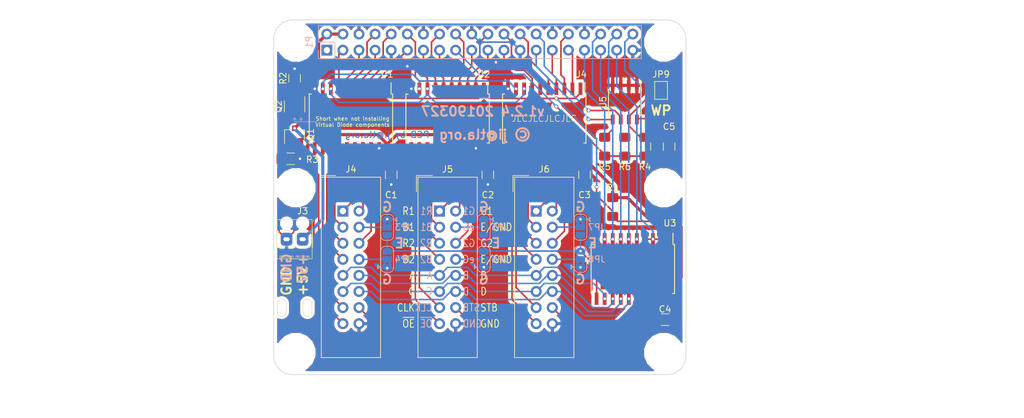
<source format=kicad_pcb>
(kicad_pcb (version 20171130) (host pcbnew 5.0.2-bee76a0~70~ubuntu18.04.1)
  (title_block (title "Led matrix driver") (date 2019-03-13) (rev 1.2) (company "TLA CONSULTING, LLC") (comment 2 "Based on https://github.com/hzeller/rpi-rgb-led-matrix/") (comment 3 "Creative Commons Attribution Required"))
  (layers (0 F.Cu signal) (31 B.Cu signal) (34 B.Paste user) (35 F.Paste user) (36 B.SilkS user) (37 F.SilkS user) (38 B.Mask user) (39 F.Mask user) (44 Edge.Cuts user))
  (net 0 "")
  (net 1 /R1_1_R)
  (net 2 /G1_1_R)
  (net 3 /B1_1_R)
  (net 4 GND)
  (net 5 /R2_1_R)
  (net 6 /G2_1_R)
  (net 7 /B2_1_R)
  (net 8 /A_R)
  (net 9 /B_R)
  (net 10 /C_R)
  (net 11 /D_R)
  (net 12 /B2_2_R)
  (net 13 /G2_2_R)
  (net 14 /R2_2_R)
  (net 15 /B1_2_R)
  (net 16 /G1_2_R)
  (net 17 /R1_2_R)
  (net 18 /R1_3_R)
  (net 19 /G1_3_R)
  (net 20 /B1_3_R)
  (net 21 /R2_3_R)
  (net 22 /G2_3_R)
  (net 23 /B2_3_R)
  (net 24 /A)
  (net 25 /B)
  (net 26 /C)
  (net 27 /D)
  (net 28 /STROBE)
  (net 29 /~OE)
  (net 30 +5V)
  (net 31 "Net-(R1-Pad2)")
  (net 32 /B2_1)
  (net 33 /R2_1)
  (net 34 /B1_1)
  (net 35 /R1_1)
  (net 36 /G2_1)
  (net 37 /G1_1)
  (net 38 /E_R)
  (net 39 /B2_2)
  (net 40 /R2_2)
  (net 41 /B1_2)
  (net 42 /R1_2)
  (net 43 /G2_2)
  (net 44 /G1_2)
  (net 45 /B2_3)
  (net 46 /R2_3)
  (net 47 /B1_3)
  (net 48 /R1_3)
  (net 49 /G2_3)
  (net 50 /G1_3)
  (net 51 /CLK)
  (net 52 /E)
  (net 53 /ID_SC)
  (net 54 /ID_SD)
  (net 55 +3V3)
  (net 56 "Net-(Q1-Pad1)")
  (net 57 "Net-(Q2-Pad1)")
  (net 58 /~OE_1_R)
  (net 59 /STROBE_1_R)
  (net 60 /CLK_1_R)
  (net 61 "Net-(J4-Pad8)")
  (net 62 "Net-(J4-Pad4)")
  (net 63 /~OE_2_R)
  (net 64 /STROBE_2_R)
  (net 65 /CLK_2_R)
  (net 66 "Net-(J5-Pad8)")
  (net 67 "Net-(J5-Pad4)")
  (net 68 /~OE_3_R)
  (net 69 /STROBE_3_R)
  (net 70 /CLK_3_R)
  (net 71 "Net-(J6-Pad8)")
  (net 72 "Net-(J6-Pad4)")
  (net 73 "Net-(JP9-Pad1)")
  (net 74 +5VP)
  (module Package_SO:SOIC-20W_7.5x12.8mm_P1.27mm (layer F.Cu) (at 48.26 34.544 270)
    (fp_text reference U3 (at -7.239 -5.842) (layer F.SilkS))
    (fp_text value 74HCT245 hide)
    (pad 20 smd rect (at 4.7 -5.715 270) (size 1.95 0.6) (layers F.Cu F.Paste F.Mask) (net 30 +5V))
    (pad 19 smd rect (at 4.7 -4.445 270) (size 1.95 0.6) (layers F.Cu F.Paste F.Mask) (net 4 GND))
    (pad 18 smd rect (at 4.7 -3.175 270) (size 1.95 0.6) (layers F.Cu F.Paste F.Mask) (net 59 /STROBE_1_R))
    (pad 17 smd rect (at 4.7 -1.905 270) (size 1.95 0.6) (layers F.Cu F.Paste F.Mask) (net 64 /STROBE_2_R))
    (pad 16 smd rect (at 4.7 -0.635 270) (size 1.95 0.6) (layers F.Cu F.Paste F.Mask) (net 69 /STROBE_3_R))
    (pad 15 smd rect (at 4.7 0.635 270) (size 1.95 0.6) (layers F.Cu F.Paste F.Mask) (net 11 /D_R))
    (pad 14 smd rect (at 4.7 1.905 270) (size 1.95 0.6) (layers F.Cu F.Paste F.Mask) (net 10 /C_R))
    (pad 13 smd rect (at 4.7 3.175 270) (size 1.95 0.6) (layers F.Cu F.Paste F.Mask) (net 9 /B_R))
    (pad 12 smd rect (at 4.7 4.445 270) (size 1.95 0.6) (layers F.Cu F.Paste F.Mask) (net 8 /A_R))
    (pad 11 smd rect (at 4.7 5.715 270) (size 1.95 0.6) (layers F.Cu F.Paste F.Mask) (net 38 /E_R))
    (pad 10 smd rect (at -4.7 5.715 270) (size 1.95 0.6) (layers F.Cu F.Paste F.Mask) (net 4 GND))
    (pad 9 smd rect (at -4.7 4.445 270) (size 1.95 0.6) (layers F.Cu F.Paste F.Mask) (net 52 /E))
    (pad 8 smd rect (at -4.7 3.175 270) (size 1.95 0.6) (layers F.Cu F.Paste F.Mask) (net 24 /A))
    (pad 7 smd rect (at -4.7 1.905 270) (size 1.95 0.6) (layers F.Cu F.Paste F.Mask) (net 25 /B))
    (pad 6 smd rect (at -4.7 0.635 270) (size 1.95 0.6) (layers F.Cu F.Paste F.Mask) (net 26 /C))
    (pad 5 smd rect (at -4.7 -0.635 270) (size 1.95 0.6) (layers F.Cu F.Paste F.Mask) (net 27 /D))
    (pad 4 smd rect (at -4.7 -1.905 270) (size 1.95 0.6) (layers F.Cu F.Paste F.Mask) (net 28 /STROBE))
    (pad 3 smd rect (at -4.7 -3.175 270) (size 1.95 0.6) (layers F.Cu F.Paste F.Mask) (net 28 /STROBE))
    (pad 2 smd rect (at -4.7 -4.445 270) (size 1.95 0.6) (layers F.Cu F.Paste F.Mask) (net 28 /STROBE))
    (pad 1 smd rect (at -4.7 -5.715 270) (size 1.95 0.6) (layers F.Cu F.Paste F.Mask) (net 31 "Net-(R1-Pad2)"))
  )
  (module Capacitor_SMD:C_1206_3216Metric_Pad1.42x1.75mm_HandSolder (layer F.Cu) (at 53.34 42.545 180)
    (fp_text reference C4 (at 0 1.651) (layer F.SilkS))
    (fp_text value 100nF hide)
    (pad 2 smd roundrect (at 1.4875 0 180) (size 1.425 1.75) (layers F.Cu F.Paste F.Mask) (roundrect_rratio 0.175439) (net 4 GND))
    (pad 1 smd roundrect (at -1.4875 0 180) (size 1.425 1.75) (layers F.Cu F.Paste F.Mask) (roundrect_rratio 0.175439) (net 30 +5V))
  )
  (module Connector_IDC:IDC-Header_2x08_P2.54mm_Vertical (layer F.Cu) (at 33.02 25.4)
    (fp_text reference J6 (at 1.27 -6.604) (layer F.SilkS))
    (fp_text value Conn_02x08_Odd_Even hide)
    (pad 16 thru_hole oval (at 2.54 17.78) (size 1.7272 1.7272) (drill 1.016) (layers *.Cu *.Mask) (net 4 GND))
    (pad 15 thru_hole oval (at 0 17.78) (size 1.7272 1.7272) (drill 1.016) (layers *.Cu *.Mask) (net 68 /~OE_3_R))
    (pad 14 thru_hole oval (at 2.54 15.24) (size 1.7272 1.7272) (drill 1.016) (layers *.Cu *.Mask) (net 69 /STROBE_3_R))
    (pad 13 thru_hole oval (at 0 15.24) (size 1.7272 1.7272) (drill 1.016) (layers *.Cu *.Mask) (net 70 /CLK_3_R))
    (pad 12 thru_hole oval (at 2.54 12.7) (size 1.7272 1.7272) (drill 1.016) (layers *.Cu *.Mask) (net 11 /D_R))
    (pad 11 thru_hole oval (at 0 12.7) (size 1.7272 1.7272) (drill 1.016) (layers *.Cu *.Mask) (net 10 /C_R))
    (pad 10 thru_hole oval (at 2.54 10.16) (size 1.7272 1.7272) (drill 1.016) (layers *.Cu *.Mask) (net 9 /B_R))
    (pad 9 thru_hole oval (at 0 10.16) (size 1.7272 1.7272) (drill 1.016) (layers *.Cu *.Mask) (net 8 /A_R))
    (pad 8 thru_hole oval (at 2.54 7.62) (size 1.7272 1.7272) (drill 1.016) (layers *.Cu *.Mask) (net 71 "Net-(J6-Pad8)"))
    (pad 7 thru_hole oval (at 0 7.62) (size 1.7272 1.7272) (drill 1.016) (layers *.Cu *.Mask) (net 23 /B2_3_R))
    (pad 6 thru_hole oval (at 2.54 5.08) (size 1.7272 1.7272) (drill 1.016) (layers *.Cu *.Mask) (net 22 /G2_3_R))
    (pad 5 thru_hole oval (at 0 5.08) (size 1.7272 1.7272) (drill 1.016) (layers *.Cu *.Mask) (net 21 /R2_3_R))
    (pad 4 thru_hole oval (at 2.54 2.54) (size 1.7272 1.7272) (drill 1.016) (layers *.Cu *.Mask) (net 72 "Net-(J6-Pad4)"))
    (pad 3 thru_hole oval (at 0 2.54) (size 1.7272 1.7272) (drill 1.016) (layers *.Cu *.Mask) (net 20 /B1_3_R))
    (pad 2 thru_hole oval (at 2.54 0) (size 1.7272 1.7272) (drill 1.016) (layers *.Cu *.Mask) (net 19 /G1_3_R))
    (pad 1 thru_hole rect (at 0 0) (size 1.7272 1.7272) (drill 1.016) (layers *.Cu *.Mask) (net 18 /R1_3_R))
  )
  (module Connector_IDC:IDC-Header_2x08_P2.54mm_Vertical (layer F.Cu) (at 2.54 25.4)
    (fp_text reference J4 (at 1.27 -6.604) (layer F.SilkS))
    (fp_text value Conn_02x08_Odd_Even hide)
    (pad 16 thru_hole oval (at 2.54 17.78) (size 1.7272 1.7272) (drill 1.016) (layers *.Cu *.Mask) (net 4 GND))
    (pad 15 thru_hole oval (at 0 17.78) (size 1.7272 1.7272) (drill 1.016) (layers *.Cu *.Mask) (net 58 /~OE_1_R))
    (pad 14 thru_hole oval (at 2.54 15.24) (size 1.7272 1.7272) (drill 1.016) (layers *.Cu *.Mask) (net 59 /STROBE_1_R))
    (pad 13 thru_hole oval (at 0 15.24) (size 1.7272 1.7272) (drill 1.016) (layers *.Cu *.Mask) (net 60 /CLK_1_R))
    (pad 12 thru_hole oval (at 2.54 12.7) (size 1.7272 1.7272) (drill 1.016) (layers *.Cu *.Mask) (net 11 /D_R))
    (pad 11 thru_hole oval (at 0 12.7) (size 1.7272 1.7272) (drill 1.016) (layers *.Cu *.Mask) (net 10 /C_R))
    (pad 10 thru_hole oval (at 2.54 10.16) (size 1.7272 1.7272) (drill 1.016) (layers *.Cu *.Mask) (net 9 /B_R))
    (pad 9 thru_hole oval (at 0 10.16) (size 1.7272 1.7272) (drill 1.016) (layers *.Cu *.Mask) (net 8 /A_R))
    (pad 8 thru_hole oval (at 2.54 7.62) (size 1.7272 1.7272) (drill 1.016) (layers *.Cu *.Mask) (net 61 "Net-(J4-Pad8)"))
    (pad 7 thru_hole oval (at 0 7.62) (size 1.7272 1.7272) (drill 1.016) (layers *.Cu *.Mask) (net 7 /B2_1_R))
    (pad 6 thru_hole oval (at 2.54 5.08) (size 1.7272 1.7272) (drill 1.016) (layers *.Cu *.Mask) (net 6 /G2_1_R))
    (pad 5 thru_hole oval (at 0 5.08) (size 1.7272 1.7272) (drill 1.016) (layers *.Cu *.Mask) (net 5 /R2_1_R))
    (pad 4 thru_hole oval (at 2.54 2.54) (size 1.7272 1.7272) (drill 1.016) (layers *.Cu *.Mask) (net 62 "Net-(J4-Pad4)"))
    (pad 3 thru_hole oval (at 0 2.54) (size 1.7272 1.7272) (drill 1.016) (layers *.Cu *.Mask) (net 3 /B1_1_R))
    (pad 2 thru_hole oval (at 2.54 0) (size 1.7272 1.7272) (drill 1.016) (layers *.Cu *.Mask) (net 2 /G1_1_R))
    (pad 1 thru_hole rect (at 0 0) (size 1.7272 1.7272) (drill 1.016) (layers *.Cu *.Mask) (net 1 /R1_1_R))
  )
  (module Connector_IDC:IDC-Header_2x08_P2.54mm_Vertical (layer F.Cu) (at 17.78 25.4)
    (fp_text reference J5 (at 1.27 -6.604) (layer F.SilkS))
    (fp_text value Conn_02x08_Odd_Even hide)
    (pad 16 thru_hole oval (at 2.54 17.78) (size 1.7272 1.7272) (drill 1.016) (layers *.Cu *.Mask) (net 4 GND))
    (pad 15 thru_hole oval (at 0 17.78) (size 1.7272 1.7272) (drill 1.016) (layers *.Cu *.Mask) (net 63 /~OE_2_R))
    (pad 14 thru_hole oval (at 2.54 15.24) (size 1.7272 1.7272) (drill 1.016) (layers *.Cu *.Mask) (net 64 /STROBE_2_R))
    (pad 13 thru_hole oval (at 0 15.24) (size 1.7272 1.7272) (drill 1.016) (layers *.Cu *.Mask) (net 65 /CLK_2_R))
    (pad 12 thru_hole oval (at 2.54 12.7) (size 1.7272 1.7272) (drill 1.016) (layers *.Cu *.Mask) (net 11 /D_R))
    (pad 11 thru_hole oval (at 0 12.7) (size 1.7272 1.7272) (drill 1.016) (layers *.Cu *.Mask) (net 10 /C_R))
    (pad 10 thru_hole oval (at 2.54 10.16) (size 1.7272 1.7272) (drill 1.016) (layers *.Cu *.Mask) (net 9 /B_R))
    (pad 9 thru_hole oval (at 0 10.16) (size 1.7272 1.7272) (drill 1.016) (layers *.Cu *.Mask) (net 8 /A_R))
    (pad 8 thru_hole oval (at 2.54 7.62) (size 1.7272 1.7272) (drill 1.016) (layers *.Cu *.Mask) (net 66 "Net-(J5-Pad8)"))
    (pad 7 thru_hole oval (at 0 7.62) (size 1.7272 1.7272) (drill 1.016) (layers *.Cu *.Mask) (net 12 /B2_2_R))
    (pad 6 thru_hole oval (at 2.54 5.08) (size 1.7272 1.7272) (drill 1.016) (layers *.Cu *.Mask) (net 13 /G2_2_R))
    (pad 5 thru_hole oval (at 0 5.08) (size 1.7272 1.7272) (drill 1.016) (layers *.Cu *.Mask) (net 14 /R2_2_R))
    (pad 4 thru_hole oval (at 2.54 2.54) (size 1.7272 1.7272) (drill 1.016) (layers *.Cu *.Mask) (net 67 "Net-(J5-Pad4)"))
    (pad 3 thru_hole oval (at 0 2.54) (size 1.7272 1.7272) (drill 1.016) (layers *.Cu *.Mask) (net 15 /B1_2_R))
    (pad 2 thru_hole oval (at 2.54 0) (size 1.7272 1.7272) (drill 1.016) (layers *.Cu *.Mask) (net 16 /G1_2_R))
    (pad 1 thru_hole rect (at 0 0) (size 1.7272 1.7272) (drill 1.016) (layers *.Cu *.Mask) (net 17 /R1_2_R))
  )
  (module Connector_PinSocket_2.54mm:PinSocket_2x20_P2.54mm_Vertical (layer B.Cu) (at 0 0 270)
    (fp_text reference P1 (at -1.27 2.77 270) (layer B.SilkS) (effects (justify mirror)))
    (fp_text value Raspberry_Pi_2_3)
    (pad 40 thru_hole oval (at -2.54 -48.26 270) (size 1.7 1.7) (drill 1) (layers *.Cu *.Mask) (net 28 /STROBE))
    (pad 39 thru_hole oval (at 0 -48.26 270) (size 1.7 1.7) (drill 1) (layers *.Cu *.Mask) (net 4 GND))
    (pad 38 thru_hole oval (at -2.54 -45.72 270) (size 1.7 1.7) (drill 1) (layers *.Cu *.Mask) (net 26 /C))
    (pad 37 thru_hole oval (at 0 -45.72 270) (size 1.7 1.7) (drill 1) (layers *.Cu *.Mask) (net 27 /D))
    (pad 36 thru_hole oval (at -2.54 -43.18 270) (size 1.7 1.7) (drill 1) (layers *.Cu *.Mask) (net 24 /A))
    (pad 35 thru_hole oval (at 0 -43.18 270) (size 1.7 1.7) (drill 1) (layers *.Cu *.Mask) (net 25 /B))
    (pad 34 thru_hole oval (at -2.54 -40.64 270) (size 1.7 1.7) (drill 1) (layers *.Cu *.Mask) (net 4 GND))
    (pad 33 thru_hole oval (at 0 -40.64 270) (size 1.7 1.7) (drill 1) (layers *.Cu *.Mask) (net 52 /E))
    (pad 32 thru_hole oval (at -2.54 -38.1 270) (size 1.7 1.7) (drill 1) (layers *.Cu *.Mask) (net 50 /G1_3))
    (pad 31 thru_hole oval (at 0 -38.1 270) (size 1.7 1.7) (drill 1) (layers *.Cu *.Mask) (net 49 /G2_3))
    (pad 30 thru_hole oval (at -2.54 -35.56 270) (size 1.7 1.7) (drill 1) (layers *.Cu *.Mask) (net 4 GND))
    (pad 29 thru_hole oval (at 0 -35.56 270) (size 1.7 1.7) (drill 1) (layers *.Cu *.Mask) (net 48 /R1_3))
    (pad 28 thru_hole oval (at -2.54 -33.02 270) (size 1.7 1.7) (drill 1) (layers *.Cu *.Mask) (net 53 /ID_SC))
    (pad 27 thru_hole oval (at 0 -33.02 270) (size 1.7 1.7) (drill 1) (layers *.Cu *.Mask) (net 54 /ID_SD))
    (pad 26 thru_hole oval (at -2.54 -30.48 270) (size 1.7 1.7) (drill 1) (layers *.Cu *.Mask) (net 47 /B1_3))
    (pad 25 thru_hole oval (at 0 -30.48 270) (size 1.7 1.7) (drill 1) (layers *.Cu *.Mask) (net 4 GND))
    (pad 24 thru_hole oval (at -2.54 -27.94 270) (size 1.7 1.7) (drill 1) (layers *.Cu *.Mask) (net 46 /R2_3))
    (pad 23 thru_hole oval (at 0 -27.94 270) (size 1.7 1.7) (drill 1) (layers *.Cu *.Mask) (net 45 /B2_3))
    (pad 22 thru_hole oval (at -2.54 -25.4 270) (size 1.7 1.7) (drill 1) (layers *.Cu *.Mask) (net 44 /G1_2))
    (pad 21 thru_hole oval (at 0 -25.4 270) (size 1.7 1.7) (drill 1) (layers *.Cu *.Mask) (net 43 /G2_2))
    (pad 20 thru_hole oval (at -2.54 -22.86 270) (size 1.7 1.7) (drill 1) (layers *.Cu *.Mask) (net 4 GND))
    (pad 19 thru_hole oval (at 0 -22.86 270) (size 1.7 1.7) (drill 1) (layers *.Cu *.Mask) (net 42 /R1_2))
    (pad 18 thru_hole oval (at -2.54 -20.32 270) (size 1.7 1.7) (drill 1) (layers *.Cu *.Mask) (net 41 /B1_2))
    (pad 17 thru_hole oval (at 0 -20.32 270) (size 1.7 1.7) (drill 1) (layers *.Cu *.Mask) (net 55 +3V3))
    (pad 16 thru_hole oval (at -2.54 -17.78 270) (size 1.7 1.7) (drill 1) (layers *.Cu *.Mask) (net 39 /B2_2))
    (pad 15 thru_hole oval (at 0 -17.78 270) (size 1.7 1.7) (drill 1) (layers *.Cu *.Mask) (net 40 /R2_2))
    (pad 14 thru_hole oval (at -2.54 -15.24 270) (size 1.7 1.7) (drill 1) (layers *.Cu *.Mask) (net 4 GND))
    (pad 13 thru_hole oval (at 0 -15.24 270) (size 1.7 1.7) (drill 1) (layers *.Cu *.Mask) (net 51 /CLK))
    (pad 12 thru_hole oval (at -2.54 -12.7 270) (size 1.7 1.7) (drill 1) (layers *.Cu *.Mask) (net 29 /~OE))
    (pad 11 thru_hole oval (at 0 -12.7 270) (size 1.7 1.7) (drill 1) (layers *.Cu *.Mask) (net 36 /G2_1))
    (pad 10 thru_hole oval (at -2.54 -10.16 270) (size 1.7 1.7) (drill 1) (layers *.Cu *.Mask) (net 37 /G1_1))
    (pad 9 thru_hole oval (at 0 -10.16 270) (size 1.7 1.7) (drill 1) (layers *.Cu *.Mask) (net 4 GND))
    (pad 8 thru_hole oval (at -2.54 -7.62 270) (size 1.7 1.7) (drill 1) (layers *.Cu *.Mask) (net 34 /B1_1))
    (pad 7 thru_hole oval (at 0 -7.62 270) (size 1.7 1.7) (drill 1) (layers *.Cu *.Mask) (net 35 /R1_1))
    (pad 6 thru_hole oval (at -2.54 -5.08 270) (size 1.7 1.7) (drill 1) (layers *.Cu *.Mask) (net 4 GND))
    (pad 5 thru_hole oval (at 0 -5.08 270) (size 1.7 1.7) (drill 1) (layers *.Cu *.Mask) (net 33 /R2_1))
    (pad 4 thru_hole oval (at -2.54 -2.54 270) (size 1.7 1.7) (drill 1) (layers *.Cu *.Mask) (net 30 +5V))
    (pad 3 thru_hole oval (at 0 -2.54 270) (size 1.7 1.7) (drill 1) (layers *.Cu *.Mask) (net 32 /B2_1))
    (pad 2 thru_hole oval (at -2.54 0 270) (size 1.7 1.7) (drill 1) (layers *.Cu *.Mask) (net 30 +5V))
    (pad 1 thru_hole rect (at 0 0 270) (size 1.7 1.7) (drill 1) (layers *.Cu *.Mask))
  )
  (module Package_SO:SOIC-20W_7.5x12.8mm_P1.27mm (layer F.Cu) (at 3.81 10.795 270)
    (fp_text reference U1 (at -6.985 -5.715) (layer F.SilkS))
    (fp_text value 74HCT245 hide)
    (pad 20 smd rect (at 4.7 -5.715 270) (size 1.95 0.6) (layers F.Cu F.Paste F.Mask) (net 30 +5V))
    (pad 19 smd rect (at 4.7 -4.445 270) (size 1.95 0.6) (layers F.Cu F.Paste F.Mask) (net 4 GND))
    (pad 18 smd rect (at 4.7 -3.175 270) (size 1.95 0.6) (layers F.Cu F.Paste F.Mask) (net 6 /G2_1_R))
    (pad 17 smd rect (at 4.7 -1.905 270) (size 1.95 0.6) (layers F.Cu F.Paste F.Mask) (net 2 /G1_1_R))
    (pad 16 smd rect (at 4.7 -0.635 270) (size 1.95 0.6) (layers F.Cu F.Paste F.Mask) (net 1 /R1_1_R))
    (pad 15 smd rect (at 4.7 0.635 270) (size 1.95 0.6) (layers F.Cu F.Paste F.Mask) (net 3 /B1_1_R))
    (pad 14 smd rect (at 4.7 1.905 270) (size 1.95 0.6) (layers F.Cu F.Paste F.Mask) (net 5 /R2_1_R))
    (pad 13 smd rect (at 4.7 3.175 270) (size 1.95 0.6) (layers F.Cu F.Paste F.Mask) (net 7 /B2_1_R))
    (pad 12 smd rect (at 4.7 4.445 270) (size 1.95 0.6) (layers F.Cu F.Paste F.Mask) (net 60 /CLK_1_R))
    (pad 11 smd rect (at 4.7 5.715 270) (size 1.95 0.6) (layers F.Cu F.Paste F.Mask) (net 58 /~OE_1_R))
    (pad 10 smd rect (at -4.7 5.715 270) (size 1.95 0.6) (layers F.Cu F.Paste F.Mask) (net 4 GND))
    (pad 9 smd rect (at -4.7 4.445 270) (size 1.95 0.6) (layers F.Cu F.Paste F.Mask) (net 29 /~OE))
    (pad 8 smd rect (at -4.7 3.175 270) (size 1.95 0.6) (layers F.Cu F.Paste F.Mask) (net 51 /CLK))
    (pad 7 smd rect (at -4.7 1.905 270) (size 1.95 0.6) (layers F.Cu F.Paste F.Mask) (net 32 /B2_1))
    (pad 6 smd rect (at -4.7 0.635 270) (size 1.95 0.6) (layers F.Cu F.Paste F.Mask) (net 33 /R2_1))
    (pad 5 smd rect (at -4.7 -0.635 270) (size 1.95 0.6) (layers F.Cu F.Paste F.Mask) (net 34 /B1_1))
    (pad 4 smd rect (at -4.7 -1.905 270) (size 1.95 0.6) (layers F.Cu F.Paste F.Mask) (net 35 /R1_1))
    (pad 3 smd rect (at -4.7 -3.175 270) (size 1.95 0.6) (layers F.Cu F.Paste F.Mask) (net 37 /G1_1))
    (pad 2 smd rect (at -4.7 -4.445 270) (size 1.95 0.6) (layers F.Cu F.Paste F.Mask) (net 36 /G2_1))
    (pad 1 smd rect (at -4.7 -5.715 270) (size 1.95 0.6) (layers F.Cu F.Paste F.Mask) (net 31 "Net-(R1-Pad2)"))
  )
  (module Package_SO:SOIC-20W_7.5x12.8mm_P1.27mm (layer F.Cu) (at 19.05 10.795 270)
    (fp_text reference U2 (at -6.985 -5.715) (layer F.SilkS))
    (fp_text value 74HCT245 hide)
    (pad 20 smd rect (at 4.7 -5.715 270) (size 1.95 0.6) (layers F.Cu F.Paste F.Mask) (net 30 +5V))
    (pad 19 smd rect (at 4.7 -4.445 270) (size 1.95 0.6) (layers F.Cu F.Paste F.Mask) (net 4 GND))
    (pad 18 smd rect (at 4.7 -3.175 270) (size 1.95 0.6) (layers F.Cu F.Paste F.Mask) (net 13 /G2_2_R))
    (pad 17 smd rect (at 4.7 -1.905 270) (size 1.95 0.6) (layers F.Cu F.Paste F.Mask) (net 16 /G1_2_R))
    (pad 16 smd rect (at 4.7 -0.635 270) (size 1.95 0.6) (layers F.Cu F.Paste F.Mask) (net 17 /R1_2_R))
    (pad 15 smd rect (at 4.7 0.635 270) (size 1.95 0.6) (layers F.Cu F.Paste F.Mask) (net 15 /B1_2_R))
    (pad 14 smd rect (at 4.7 1.905 270) (size 1.95 0.6) (layers F.Cu F.Paste F.Mask) (net 14 /R2_2_R))
    (pad 13 smd rect (at 4.7 3.175 270) (size 1.95 0.6) (layers F.Cu F.Paste F.Mask) (net 12 /B2_2_R))
    (pad 12 smd rect (at 4.7 4.445 270) (size 1.95 0.6) (layers F.Cu F.Paste F.Mask) (net 65 /CLK_2_R))
    (pad 11 smd rect (at 4.7 5.715 270) (size 1.95 0.6) (layers F.Cu F.Paste F.Mask) (net 63 /~OE_2_R))
    (pad 10 smd rect (at -4.7 5.715 270) (size 1.95 0.6) (layers F.Cu F.Paste F.Mask) (net 4 GND))
    (pad 9 smd rect (at -4.7 4.445 270) (size 1.95 0.6) (layers F.Cu F.Paste F.Mask) (net 29 /~OE))
    (pad 8 smd rect (at -4.7 3.175 270) (size 1.95 0.6) (layers F.Cu F.Paste F.Mask) (net 51 /CLK))
    (pad 7 smd rect (at -4.7 1.905 270) (size 1.95 0.6) (layers F.Cu F.Paste F.Mask) (net 39 /B2_2))
    (pad 6 smd rect (at -4.7 0.635 270) (size 1.95 0.6) (layers F.Cu F.Paste F.Mask) (net 40 /R2_2))
    (pad 5 smd rect (at -4.7 -0.635 270) (size 1.95 0.6) (layers F.Cu F.Paste F.Mask) (net 41 /B1_2))
    (pad 4 smd rect (at -4.7 -1.905 270) (size 1.95 0.6) (layers F.Cu F.Paste F.Mask) (net 42 /R1_2))
    (pad 3 smd rect (at -4.7 -3.175 270) (size 1.95 0.6) (layers F.Cu F.Paste F.Mask) (net 44 /G1_2))
    (pad 2 smd rect (at -4.7 -4.445 270) (size 1.95 0.6) (layers F.Cu F.Paste F.Mask) (net 43 /G2_2))
    (pad 1 smd rect (at -4.7 -5.715 270) (size 1.95 0.6) (layers F.Cu F.Paste F.Mask) (net 31 "Net-(R1-Pad2)"))
  )
  (module Package_SO:SOIC-20W_7.5x12.8mm_P1.27mm (layer F.Cu) (at 34.29 10.795 270)
    (fp_text reference U4 (at -6.985 -5.715) (layer F.SilkS))
    (fp_text value 74HCT245 hide)
    (pad 20 smd rect (at 4.7 -5.715 270) (size 1.95 0.6) (layers F.Cu F.Paste F.Mask) (net 30 +5V))
    (pad 19 smd rect (at 4.7 -4.445 270) (size 1.95 0.6) (layers F.Cu F.Paste F.Mask) (net 4 GND))
    (pad 18 smd rect (at 4.7 -3.175 270) (size 1.95 0.6) (layers F.Cu F.Paste F.Mask) (net 22 /G2_3_R))
    (pad 17 smd rect (at 4.7 -1.905 270) (size 1.95 0.6) (layers F.Cu F.Paste F.Mask) (net 19 /G1_3_R))
    (pad 16 smd rect (at 4.7 -0.635 270) (size 1.95 0.6) (layers F.Cu F.Paste F.Mask) (net 18 /R1_3_R))
    (pad 15 smd rect (at 4.7 0.635 270) (size 1.95 0.6) (layers F.Cu F.Paste F.Mask) (net 20 /B1_3_R))
    (pad 14 smd rect (at 4.7 1.905 270) (size 1.95 0.6) (layers F.Cu F.Paste F.Mask) (net 21 /R2_3_R))
    (pad 13 smd rect (at 4.7 3.175 270) (size 1.95 0.6) (layers F.Cu F.Paste F.Mask) (net 23 /B2_3_R))
    (pad 12 smd rect (at 4.7 4.445 270) (size 1.95 0.6) (layers F.Cu F.Paste F.Mask) (net 70 /CLK_3_R))
    (pad 11 smd rect (at 4.7 5.715 270) (size 1.95 0.6) (layers F.Cu F.Paste F.Mask) (net 68 /~OE_3_R))
    (pad 10 smd rect (at -4.7 5.715 270) (size 1.95 0.6) (layers F.Cu F.Paste F.Mask) (net 4 GND))
    (pad 9 smd rect (at -4.7 4.445 270) (size 1.95 0.6) (layers F.Cu F.Paste F.Mask) (net 29 /~OE))
    (pad 8 smd rect (at -4.7 3.175 270) (size 1.95 0.6) (layers F.Cu F.Paste F.Mask) (net 51 /CLK))
    (pad 7 smd rect (at -4.7 1.905 270) (size 1.95 0.6) (layers F.Cu F.Paste F.Mask) (net 45 /B2_3))
    (pad 6 smd rect (at -4.7 0.635 270) (size 1.95 0.6) (layers F.Cu F.Paste F.Mask) (net 46 /R2_3))
    (pad 5 smd rect (at -4.7 -0.635 270) (size 1.95 0.6) (layers F.Cu F.Paste F.Mask) (net 47 /B1_3))
    (pad 4 smd rect (at -4.7 -1.905 270) (size 1.95 0.6) (layers F.Cu F.Paste F.Mask) (net 48 /R1_3))
    (pad 3 smd rect (at -4.7 -3.175 270) (size 1.95 0.6) (layers F.Cu F.Paste F.Mask) (net 50 /G1_3))
    (pad 2 smd rect (at -4.7 -4.445 270) (size 1.95 0.6) (layers F.Cu F.Paste F.Mask) (net 49 /G2_3))
    (pad 1 smd rect (at -4.7 -5.715 270) (size 1.95 0.6) (layers F.Cu F.Paste F.Mask) (net 31 "Net-(R1-Pad2)"))
  )
  (module Capacitor_SMD:C_1206_3216Metric_Pad1.42x1.75mm_HandSolder (layer F.Cu) (at 10.16 19.685 270)
    (fp_text reference C1 (at 3.175 0) (layer F.SilkS))
    (fp_text value 100nF hide)
    (pad 2 smd roundrect (at 1.4875 0 270) (size 1.425 1.75) (layers F.Cu F.Paste F.Mask) (roundrect_rratio 0.175439) (net 4 GND))
    (pad 1 smd roundrect (at -1.4875 0 270) (size 1.425 1.75) (layers F.Cu F.Paste F.Mask) (roundrect_rratio 0.175439) (net 30 +5V))
  )
  (module Capacitor_SMD:C_1206_3216Metric_Pad1.42x1.75mm_HandSolder (layer F.Cu) (at 25.4 19.685 270)
    (fp_text reference C2 (at 3.175 0) (layer F.SilkS))
    (fp_text value 100nF hide)
    (pad 2 smd roundrect (at 1.4875 0 270) (size 1.425 1.75) (layers F.Cu F.Paste F.Mask) (roundrect_rratio 0.175439) (net 4 GND))
    (pad 1 smd roundrect (at -1.4875 0 270) (size 1.425 1.75) (layers F.Cu F.Paste F.Mask) (roundrect_rratio 0.175439) (net 30 +5V))
  )
  (module Capacitor_SMD:C_1206_3216Metric_Pad1.42x1.75mm_HandSolder (layer F.Cu) (at 40.64 19.685 270)
    (fp_text reference C3 (at 3.175 0) (layer F.SilkS))
    (fp_text value 100nF hide)
    (pad 2 smd roundrect (at 1.4875 0 270) (size 1.425 1.75) (layers F.Cu F.Paste F.Mask) (roundrect_rratio 0.175439) (net 4 GND))
    (pad 1 smd roundrect (at -1.4875 0 270) (size 1.425 1.75) (layers F.Cu F.Paste F.Mask) (roundrect_rratio 0.175439) (net 30 +5V))
  )
  (module Jumper:SolderJumper-3_P1.3mm_Bridged2Bar12_RoundedPad1.0x1.5mm (layer B.Cu) (at 9.525 27.97 270)
    (fp_text reference JP3 (at -0.03 -2.54) (layer B.SilkS) (effects (justify mirror)))
    (fp_text value SolderJumper_3_Bridged12)
    (pad 2 smd rect (at 0 0 270) (size 1 1.5) (layers B.Cu B.Mask) (net 62 "Net-(J4-Pad4)"))
    (pad 3 smd custom (at 1.3 0 270) (size 1 0.5) (layers B.Cu B.Mask) (net 38 /E_R) (options (clearance outline) (anchor rect)) (primitives (gr_circle (center 0 -0.25) (end 0.5 -0.25) (width 0)) (gr_circle (center 0 0.25) (end 0.5 0.25) (width 0)) (gr_poly (pts (xy -0.55 0.75) (xy 0 0.75) (xy 0 -0.75) (xy -0.55 -0.75)) (width 0))))
    (pad 1 smd custom (at -1.3 0 270) (size 1 0.5) (layers B.Cu B.Mask) (net 4 GND) (options (clearance outline) (anchor rect)) (primitives (gr_circle (center 0 -0.25) (end 0.5 -0.25) (width 0)) (gr_circle (center 0 0.25) (end 0.5 0.25) (width 0)) (gr_poly (pts (xy 0.55 0.75) (xy 0 0.75) (xy 0 -0.75) (xy 0.55 -0.75)) (width 0)) (gr_poly (pts (xy 0.4 0.6) (xy 0.9 0.6) (xy 0.9 0.2) (xy 0.4 0.2)) (width 0)) (gr_poly (pts (xy 0.4 -0.2) (xy 0.9 -0.2) (xy 0.9 -0.6) (xy 0.4 -0.6)) (width 0))))
  )
  (module Jumper:SolderJumper-3_P1.3mm_Bridged2Bar12_RoundedPad1.0x1.5mm (layer B.Cu) (at 9.525 33.02 90)
    (fp_text reference JP4 (at 0 2.54 180) (layer B.SilkS) (effects (justify mirror)))
    (fp_text value SolderJumper_3_Bridged12)
    (pad 2 smd rect (at 0 0 90) (size 1 1.5) (layers B.Cu B.Mask) (net 61 "Net-(J4-Pad8)"))
    (pad 3 smd custom (at 1.3 0 90) (size 1 0.5) (layers B.Cu B.Mask) (net 38 /E_R) (options (clearance outline) (anchor rect)) (primitives (gr_circle (center 0 -0.25) (end 0.5 -0.25) (width 0)) (gr_circle (center 0 0.25) (end 0.5 0.25) (width 0)) (gr_poly (pts (xy -0.55 0.75) (xy 0 0.75) (xy 0 -0.75) (xy -0.55 -0.75)) (width 0))))
    (pad 1 smd custom (at -1.3 0 90) (size 1 0.5) (layers B.Cu B.Mask) (net 4 GND) (options (clearance outline) (anchor rect)) (primitives (gr_circle (center 0 -0.25) (end 0.5 -0.25) (width 0)) (gr_circle (center 0 0.25) (end 0.5 0.25) (width 0)) (gr_poly (pts (xy 0.55 0.75) (xy 0 0.75) (xy 0 -0.75) (xy 0.55 -0.75)) (width 0)) (gr_poly (pts (xy 0.4 0.6) (xy 0.9 0.6) (xy 0.9 0.2) (xy 0.4 0.2)) (width 0)) (gr_poly (pts (xy 0.4 -0.2) (xy 0.9 -0.2) (xy 0.9 -0.6) (xy 0.4 -0.6)) (width 0))))
  )
  (module Jumper:SolderJumper-3_P1.3mm_Bridged2Bar12_RoundedPad1.0x1.5mm (layer B.Cu) (at 24.765 27.94 270)
    (fp_text reference JP5 (at 0 -2.54 180) (layer B.SilkS) (effects (justify mirror)))
    (fp_text value SolderJumper_3_Bridged12)
    (pad 2 smd rect (at 0 0 270) (size 1 1.5) (layers B.Cu B.Mask) (net 67 "Net-(J5-Pad4)"))
    (pad 3 smd custom (at 1.3 0 270) (size 1 0.5) (layers B.Cu B.Mask) (net 38 /E_R) (options (clearance outline) (anchor rect)) (primitives (gr_circle (center 0 -0.25) (end 0.5 -0.25) (width 0)) (gr_circle (center 0 0.25) (end 0.5 0.25) (width 0)) (gr_poly (pts (xy -0.55 0.75) (xy 0 0.75) (xy 0 -0.75) (xy -0.55 -0.75)) (width 0))))
    (pad 1 smd custom (at -1.3 0 270) (size 1 0.5) (layers B.Cu B.Mask) (net 4 GND) (options (clearance outline) (anchor rect)) (primitives (gr_circle (center 0 -0.25) (end 0.5 -0.25) (width 0)) (gr_circle (center 0 0.25) (end 0.5 0.25) (width 0)) (gr_poly (pts (xy 0.55 0.75) (xy 0 0.75) (xy 0 -0.75) (xy 0.55 -0.75)) (width 0)) (gr_poly (pts (xy 0.4 0.6) (xy 0.9 0.6) (xy 0.9 0.2) (xy 0.4 0.2)) (width 0)) (gr_poly (pts (xy 0.4 -0.2) (xy 0.9 -0.2) (xy 0.9 -0.6) (xy 0.4 -0.6)) (width 0))))
  )
  (module Jumper:SolderJumper-3_P1.3mm_Bridged2Bar12_RoundedPad1.0x1.5mm (layer B.Cu) (at 24.765 33.02 90)
    (fp_text reference JP6 (at 0 2.54 180) (layer B.SilkS) (effects (justify mirror)))
    (fp_text value SolderJumper_3_Bridged12)
    (pad 2 smd rect (at 0 0 90) (size 1 1.5) (layers B.Cu B.Mask) (net 66 "Net-(J5-Pad8)"))
    (pad 3 smd custom (at 1.3 0 90) (size 1 0.5) (layers B.Cu B.Mask) (net 38 /E_R) (options (clearance outline) (anchor rect)) (primitives (gr_circle (center 0 -0.25) (end 0.5 -0.25) (width 0)) (gr_circle (center 0 0.25) (end 0.5 0.25) (width 0)) (gr_poly (pts (xy -0.55 0.75) (xy 0 0.75) (xy 0 -0.75) (xy -0.55 -0.75)) (width 0))))
    (pad 1 smd custom (at -1.3 0 90) (size 1 0.5) (layers B.Cu B.Mask) (net 4 GND) (options (clearance outline) (anchor rect)) (primitives (gr_circle (center 0 -0.25) (end 0.5 -0.25) (width 0)) (gr_circle (center 0 0.25) (end 0.5 0.25) (width 0)) (gr_poly (pts (xy 0.55 0.75) (xy 0 0.75) (xy 0 -0.75) (xy 0.55 -0.75)) (width 0)) (gr_poly (pts (xy 0.4 0.6) (xy 0.9 0.6) (xy 0.9 0.2) (xy 0.4 0.2)) (width 0)) (gr_poly (pts (xy 0.4 -0.2) (xy 0.9 -0.2) (xy 0.9 -0.6) (xy 0.4 -0.6)) (width 0))))
  )
  (module Jumper:SolderJumper-3_P1.3mm_Bridged2Bar12_RoundedPad1.0x1.5mm (layer B.Cu) (at 40.005 27.94 270)
    (fp_text reference JP7 (at 0 -2.54) (layer B.SilkS) (effects (justify mirror)))
    (fp_text value SolderJumper_3_Bridged12)
    (pad 2 smd rect (at 0 0 270) (size 1 1.5) (layers B.Cu B.Mask) (net 72 "Net-(J6-Pad4)"))
    (pad 3 smd custom (at 1.3 0 270) (size 1 0.5) (layers B.Cu B.Mask) (net 38 /E_R) (options (clearance outline) (anchor rect)) (primitives (gr_circle (center 0 -0.25) (end 0.5 -0.25) (width 0)) (gr_circle (center 0 0.25) (end 0.5 0.25) (width 0)) (gr_poly (pts (xy -0.55 0.75) (xy 0 0.75) (xy 0 -0.75) (xy -0.55 -0.75)) (width 0))))
    (pad 1 smd custom (at -1.3 0 270) (size 1 0.5) (layers B.Cu B.Mask) (net 4 GND) (options (clearance outline) (anchor rect)) (primitives (gr_circle (center 0 -0.25) (end 0.5 -0.25) (width 0)) (gr_circle (center 0 0.25) (end 0.5 0.25) (width 0)) (gr_poly (pts (xy 0.55 0.75) (xy 0 0.75) (xy 0 -0.75) (xy 0.55 -0.75)) (width 0)) (gr_poly (pts (xy 0.4 0.6) (xy 0.9 0.6) (xy 0.9 0.2) (xy 0.4 0.2)) (width 0)) (gr_poly (pts (xy 0.4 -0.2) (xy 0.9 -0.2) (xy 0.9 -0.6) (xy 0.4 -0.6)) (width 0))))
  )
  (module Jumper:SolderJumper-3_P1.3mm_Bridged2Bar12_RoundedPad1.0x1.5mm (layer B.Cu) (at 40.005 33.02 90)
    (fp_text reference JP8 (at 0 2.54 180) (layer B.SilkS) (effects (justify mirror)))
    (fp_text value SolderJumper_3_Bridged12)
    (pad 2 smd rect (at 0 0 90) (size 1 1.5) (layers B.Cu B.Mask) (net 71 "Net-(J6-Pad8)"))
    (pad 3 smd custom (at 1.3 0 90) (size 1 0.5) (layers B.Cu B.Mask) (net 38 /E_R) (options (clearance outline) (anchor rect)) (primitives (gr_circle (center 0 -0.25) (end 0.5 -0.25) (width 0)) (gr_circle (center 0 0.25) (end 0.5 0.25) (width 0)) (gr_poly (pts (xy -0.55 0.75) (xy 0 0.75) (xy 0 -0.75) (xy -0.55 -0.75)) (width 0))))
    (pad 1 smd custom (at -1.3 0 90) (size 1 0.5) (layers B.Cu B.Mask) (net 4 GND) (options (clearance outline) (anchor rect)) (primitives (gr_circle (center 0 -0.25) (end 0.5 -0.25) (width 0)) (gr_circle (center 0 0.25) (end 0.5 0.25) (width 0)) (gr_poly (pts (xy 0.55 0.75) (xy 0 0.75) (xy 0 -0.75) (xy 0.55 -0.75)) (width 0)) (gr_poly (pts (xy 0.4 0.6) (xy 0.9 0.6) (xy 0.9 0.2) (xy 0.4 0.2)) (width 0)) (gr_poly (pts (xy 0.4 -0.2) (xy 0.9 -0.2) (xy 0.9 -0.6) (xy 0.4 -0.6)) (width 0))))
  )
  (module Resistor_SMD:R_1206_3216Metric_Pad1.42x1.75mm_HandSolder (layer F.Cu) (at 45.085 24.765 270)
    (fp_text reference R1 (at -3.048 0) (layer F.SilkS))
    (fp_text value 10K)
    (pad 2 smd roundrect (at 1.4875 0 270) (size 1.425 1.75) (layers F.Cu F.Paste F.Mask) (roundrect_rratio 0.175439) (net 31 "Net-(R1-Pad2)"))
    (pad 1 smd roundrect (at -1.4875 0 270) (size 1.425 1.75) (layers F.Cu F.Paste F.Mask) (roundrect_rratio 0.175439) (net 30 +5V))
  )
  (module Jumper:SolderJumper-2_P1.3mm_Bridged_Pad1.0x1.5mm (layer F.Cu) (at 52.705 6.35 90)
    (fp_text reference JP9 (at 2.54 0 180) (layer F.SilkS))
    (fp_text value SolderJumper_2_Bridged hide)
    (pad 2 smd rect (at 0.65 0 90) (size 1 1.5) (layers F.Cu F.Mask) (net 4 GND))
    (pad 1 smd custom (at -0.65 0 90) (size 1 1.5) (layers F.Cu F.Mask) (net 73 "Net-(JP9-Pad1)") (options (clearance outline) (anchor rect)) (primitives (gr_poly (pts (xy 0.4 -0.3) (xy 0.9 -0.3) (xy 0.9 0.3) (xy 0.4 0.3)) (width 0))))
  )
  (module Package_TO_SOT_SMD:SOT-23 (layer F.Cu) (at -5.08 13.335 90)
    (fp_text reference Q1 (at 0 2.54 90) (layer F.SilkS))
    (fp_text value DMG2305UX)
    (pad 3 smd rect (at 1 0 90) (size 0.9 0.8) (layers F.Cu F.Paste F.Mask) (net 74 +5VP))
    (pad 2 smd rect (at -1 0.95 90) (size 0.9 0.8) (layers F.Cu F.Paste F.Mask) (net 30 +5V))
    (pad 1 smd rect (at -1 -0.95 90) (size 0.9 0.8) (layers F.Cu F.Paste F.Mask) (net 56 "Net-(Q1-Pad1)"))
  )
  (module Package_TO_SOT_SMD:SOT-23-6 (layer F.Cu) (at -5.08 8.89 270)
    (fp_text reference Q2 (at 0 2.54 270) (layer F.SilkS))
    (fp_text value DMMT5401)
    (pad 5 smd rect (at 1.1 0 270) (size 1.06 0.65) (layers F.Cu F.Paste F.Mask) (net 30 +5V))
    (pad 6 smd rect (at 1.1 -0.95 270) (size 1.06 0.65) (layers F.Cu F.Paste F.Mask) (net 74 +5VP))
    (pad 4 smd rect (at 1.1 0.95 270) (size 1.06 0.65) (layers F.Cu F.Paste F.Mask) (net 56 "Net-(Q1-Pad1)"))
    (pad 3 smd rect (at -1.1 0.95 270) (size 1.06 0.65) (layers F.Cu F.Paste F.Mask) (net 57 "Net-(Q2-Pad1)"))
    (pad 2 smd rect (at -1.1 0 270) (size 1.06 0.65) (layers F.Cu F.Paste F.Mask) (net 57 "Net-(Q2-Pad1)"))
    (pad 1 smd rect (at -1.1 -0.95 270) (size 1.06 0.65) (layers F.Cu F.Paste F.Mask) (net 57 "Net-(Q2-Pad1)"))
  )
  (module Resistor_SMD:R_1206_3216Metric_Pad1.42x1.75mm_HandSolder (layer F.Cu) (at -5.08 4.445 90)
    (fp_text reference R2 (at 0 -1.82 90) (layer F.SilkS))
    (fp_text value 10K)
    (pad 2 smd roundrect (at 1.4875 0 90) (size 1.425 1.75) (layers F.Cu F.Paste F.Mask) (roundrect_rratio 0.175439) (net 4 GND))
    (pad 1 smd roundrect (at -1.4875 0 90) (size 1.425 1.75) (layers F.Cu F.Paste F.Mask) (roundrect_rratio 0.175439) (net 57 "Net-(Q2-Pad1)"))
  )
  (module Resistor_SMD:R_1206_3216Metric_Pad1.42x1.75mm_HandSolder (layer F.Cu) (at -5.715 17.145)
    (fp_text reference R3 (at 3.429 0.127) (layer F.SilkS))
    (fp_text value 47K)
    (pad 2 smd roundrect (at 1.4875 0) (size 1.425 1.75) (layers F.Cu F.Paste F.Mask) (roundrect_rratio 0.175439) (net 4 GND))
    (pad 1 smd roundrect (at -1.4875 0) (size 1.425 1.75) (layers F.Cu F.Paste F.Mask) (roundrect_rratio 0.175439) (net 56 "Net-(Q1-Pad1)"))
  )
  (module Resistor_SMD:R_1206_3216Metric_Pad1.42x1.75mm_HandSolder (layer F.Cu) (at 50.165 15.24 90)
    (fp_text reference R4 (at -3.175 0 -180) (layer F.SilkS))
    (fp_text value 10K)
    (pad 2 smd roundrect (at 1.4875 0 90) (size 1.425 1.75) (layers F.Cu F.Paste F.Mask) (roundrect_rratio 0.175439) (net 73 "Net-(JP9-Pad1)"))
    (pad 1 smd roundrect (at -1.4875 0 90) (size 1.425 1.75) (layers F.Cu F.Paste F.Mask) (roundrect_rratio 0.175439) (net 55 +3V3))
  )
  (module Resistor_SMD:R_1206_3216Metric_Pad1.42x1.75mm_HandSolder (layer F.Cu) (at 43.815 15.24 90)
    (fp_text reference R5 (at -3.175 0 -180) (layer F.SilkS))
    (fp_text value 3K9)
    (pad 2 smd roundrect (at 1.4875 0 90) (size 1.425 1.75) (layers F.Cu F.Paste F.Mask) (roundrect_rratio 0.175439) (net 54 /ID_SD))
    (pad 1 smd roundrect (at -1.4875 0 90) (size 1.425 1.75) (layers F.Cu F.Paste F.Mask) (roundrect_rratio 0.175439) (net 55 +3V3))
  )
  (module Resistor_SMD:R_1206_3216Metric_Pad1.42x1.75mm_HandSolder (layer F.Cu) (at 46.99 15.24 90)
    (fp_text reference R6 (at -3.175 0 -180) (layer F.SilkS))
    (fp_text value 3K9)
    (pad 2 smd roundrect (at 1.4875 0 90) (size 1.425 1.75) (layers F.Cu F.Paste F.Mask) (roundrect_rratio 0.175439) (net 53 /ID_SC))
    (pad 1 smd roundrect (at -1.4875 0 90) (size 1.425 1.75) (layers F.Cu F.Paste F.Mask) (roundrect_rratio 0.175439) (net 55 +3V3))
  )
  (module Package_SO:SOIC-8_3.9x4.9mm_P1.27mm (layer F.Cu) (at 46.99 8.255 270)
    (fp_text reference U5 (at 0 3.429 90) (layer F.SilkS))
    (fp_text value CAT24C32)
    (pad 8 smd rect (at 2.7 -1.905 270) (size 1.55 0.6) (layers F.Cu F.Paste F.Mask) (net 55 +3V3))
    (pad 7 smd rect (at 2.7 -0.635 270) (size 1.55 0.6) (layers F.Cu F.Paste F.Mask) (net 73 "Net-(JP9-Pad1)"))
    (pad 6 smd rect (at 2.7 0.635 270) (size 1.55 0.6) (layers F.Cu F.Paste F.Mask) (net 53 /ID_SC))
    (pad 5 smd rect (at 2.7 1.905 270) (size 1.55 0.6) (layers F.Cu F.Paste F.Mask) (net 54 /ID_SD))
    (pad 4 smd rect (at -2.7 1.905 270) (size 1.55 0.6) (layers F.Cu F.Paste F.Mask) (net 4 GND))
    (pad 3 smd rect (at -2.7 0.635 270) (size 1.55 0.6) (layers F.Cu F.Paste F.Mask) (net 4 GND))
    (pad 2 smd rect (at -2.7 -0.635 270) (size 1.55 0.6) (layers F.Cu F.Paste F.Mask) (net 4 GND))
    (pad 1 smd rect (at -2.7 -1.905 270) (size 1.55 0.6) (layers F.Cu F.Paste F.Mask) (net 4 GND))
  )
  (module jicad:PhoenixMPT02 (layer F.Cu) (at -3.81 29.845 180)
    (fp_text reference J3 (at 0 4.445 180) (layer F.SilkS))
    (fp_text value Screw_Terminal_01x02 hide)
    (pad "" np_thru_hole circle (at 2.54 2.54 180) (size 1.1 1.1) (drill 1.1) (layers *.Cu *.Mask))
    (pad "" np_thru_hole circle (at 0 2.54 180) (size 1.1 1.1) (drill 1.1) (layers *.Cu *.Mask))
    (pad 2 thru_hole roundrect (at 2.54 0 180) (size 1.8 2) (drill oval 1 0.6) (layers *.Cu *.Mask) (net 4 GND))
    (pad 1 thru_hole roundrect (at 0 0 180) (size 1.8 2) (drill oval 1 0.6) (layers *.Cu *.Mask) (net 74 +5VP))
  )
  (module jicad:tiedown (layer F.Cu) (at -3.048 40.64)
    (fp_text reference H7 hide)
    (fp_text value "Power cable tie-down" hide)
    (pad "" np_thru_hole oval (at 0 0 90) (size 2.6 1.3) (drill oval 2.6 1.3) (layers *.Cu *.Mask))
  )
  (module jicad:tiedown (layer F.Cu) (at -7.112 40.64)
    (fp_text reference H8 hide)
    (fp_text value "Power cable tie-down" hide)
    (pad "" np_thru_hole oval (at 0 0 90) (size 2.6 1.3) (drill oval 2.6 1.3) (layers *.Cu *.Mask))
  )
  (module jicad:RPi_Hat_Mounting_Hole (layer F.Cu) (at -4.87 -1.27)
    (fp_text reference H1 hide)
    (fp_text value MountingHole hide)
    (pad "" np_thru_hole circle (at 0 0) (size 2.75 2.75) (drill 2.75) (layers *.Cu *.Mask) (clearance 1.725))
  )
  (module jicad:RPi_Hat_Mounting_Hole (layer F.Cu) (at 53.13 -1.27)
    (fp_text reference H2 hide)
    (fp_text value MountingHole hide)
    (pad "" np_thru_hole circle (at 0 0) (size 2.75 2.75) (drill 2.75) (layers *.Cu *.Mask) (clearance 1.725))
  )
  (module jicad:RPi_Hat_Mounting_Hole (layer F.Cu) (at -4.87 21.73)
    (fp_text reference H3 hide)
    (fp_text value MountingHole hide)
    (pad "" np_thru_hole circle (at 0 0) (size 2.75 2.75) (drill 2.75) (layers *.Cu *.Mask) (clearance 1.725))
  )
  (module jicad:RPi_Hat_Mounting_Hole (layer F.Cu) (at 53.13 21.73)
    (fp_text reference H4 hide)
    (fp_text value MountingHole hide)
    (pad "" np_thru_hole circle (at 0 0) (size 2.75 2.75) (drill 2.75) (layers *.Cu *.Mask) (clearance 1.725))
  )
  (module jicad:RPi_Hat_Mounting_Hole (layer F.Cu) (at -4.87 47.73)
    (fp_text reference H5 hide)
    (fp_text value MountingHole hide)
    (pad "" np_thru_hole circle (at 0 0) (size 2.75 2.75) (drill 2.75) (layers *.Cu *.Mask) (clearance 1.725))
  )
  (module jicad:RPi_Hat_Mounting_Hole (layer F.Cu) (at 53.13 47.73)
    (fp_text reference H6 hide)
    (fp_text value MountingHole hide)
    (pad "" np_thru_hole circle (at 0 0) (size 2.75 2.75) (drill 2.75) (layers *.Cu *.Mask) (clearance 1.725))
  )
  (module Capacitor_SMD:C_1206_3216Metric_Pad1.42x1.75mm_HandSolder (layer F.Cu) (at 53.975 15.24 90)
    (fp_text reference C5 (at 3.175 0 180) (layer F.SilkS))
    (fp_text value 100nF)
    (pad 1 smd roundrect (at -1.4875 0 90) (size 1.425 1.75) (layers F.Cu F.Paste F.Mask) (roundrect_rratio 0.175439) (net 55 +3V3))
    (pad 2 smd roundrect (at 1.4875 0 90) (size 1.425 1.75) (layers F.Cu F.Paste F.Mask) (roundrect_rratio 0.175439) (net 4 GND))
  )
  (gr_line (start -5.08 11.303) (end -1.524 11.303) (layer F.SilkS) (width 0.05))
  (gr_line (start -4.064 10.668) (end -3.81 11.049) (layer F.SilkS) (width 0.05))
  (gr_line (start -4.064 10.668) (end -4.064 11.303) (layer F.SilkS) (width 0.05))
  (gr_line (start -4.318 11.049) (end -4.064 10.668) (layer F.SilkS) (width 0.05))
  (gr_line (start -5.08 10.668) (end -4.826 11.049) (layer F.SilkS) (width 0.05))
  (gr_line (start -5.08 10.668) (end -5.08 11.303) (layer F.SilkS) (width 0.05))
  (gr_line (start -5.334 11.049) (end -5.08 10.668) (layer F.SilkS) (width 0.05))
  (gr_text "Short when not installing\nVirtual Diode components" (at 4.064 11.303) (layer F.SilkS) (effects (font (size 0.6 0.6) (thickness 0.1))))
  (gr_text "© ji@tla.org" (at 24.94 13.34) (layer B.SilkS) (effects (font (size 1.5 1.5) (thickness 0.3)) (justify mirror)))
  (gr_text ~OE (at 16.764 43.18) (layer B.SilkS) (effects (font (size 1.2 1)) (justify left mirror)))
  (gr_text CLK (at 16.764 40.64) (layer B.SilkS) (effects (font (size 1.2 1)) (justify left mirror)))
  (gr_text C (at 16.764 38.1) (layer B.SilkS) (effects (font (size 1.2 1)) (justify left mirror)))
  (gr_text A (at 16.764 35.56) (layer B.SilkS) (effects (font (size 1.2 1)) (justify left mirror)))
  (gr_text B2 (at 16.764 33.02) (layer B.SilkS) (effects (font (size 1.2 1)) (justify left mirror)))
  (gr_text R2 (at 16.764 30.48) (layer B.SilkS) (effects (font (size 1.2 1)) (justify left mirror)))
  (gr_text B1 (at 16.764 27.94) (layer B.SilkS) (effects (font (size 1.2 1)) (justify left mirror)))
  (gr_text R1 (at 16.764 25.4) (layer B.SilkS) (effects (font (size 1.2 1)) (justify left mirror)))
  (gr_text GND (at 21.336 43.18) (layer B.SilkS) (effects (font (size 1.2 1)) (justify right mirror)))
  (gr_text STB (at 21.336 40.64) (layer B.SilkS) (effects (font (size 1.2 1)) (justify right mirror)))
  (gr_text D (at 21.336 38.1) (layer B.SilkS) (effects (font (size 1.2 1)) (justify right mirror)))
  (gr_text B (at 21.336 35.56) (layer B.SilkS) (effects (font (size 1.2 1)) (justify right mirror)))
  (gr_text eG (at 21.336 33.02) (layer B.SilkS) (effects (font (size 1.2 1)) (justify right mirror)))
  (gr_text G2 (at 21.336 30.48) (layer B.SilkS) (effects (font (size 1.2 1)) (justify right mirror)))
  (gr_text eG (at 21.336 27.94) (layer B.SilkS) (effects (font (size 1.2 1)) (justify right mirror)))
  (gr_text G1 (at 21.336 25.4) (layer B.SilkS) (effects (font (size 1.2 1)) (justify right mirror)))
  (gr_text GND (at 24.13 43.18) (layer F.SilkS) (effects (font (size 1.2 1)) (justify left)))
  (gr_text STB (at 24.13 40.64) (layer F.SilkS) (effects (font (size 1.2 1)) (justify left)))
  (gr_text D (at 24.13 38.1) (layer F.SilkS) (effects (font (size 1.2 1)) (justify left)))
  (gr_text B (at 24.13 35.56) (layer F.SilkS) (effects (font (size 1.2 1)) (justify left)))
  (gr_text E/GND (at 24.13 33.02) (layer F.SilkS) (effects (font (size 1.2 1)) (justify left)))
  (gr_text G2 (at 24.13 30.48) (layer F.SilkS) (effects (font (size 1.2 1)) (justify left)))
  (gr_text E/GND (at 24.13 27.94) (layer F.SilkS) (effects (font (size 1.2 1)) (justify left)))
  (gr_text G1 (at 24.13 25.4) (layer F.SilkS) (effects (font (size 1.2 1)) (justify left)))
  (gr_text ~OE (at 13.97 43.18) (layer F.SilkS) (effects (font (size 1.2 1)) (justify right)))
  (gr_text CLK (at 13.97 40.64) (layer F.SilkS) (effects (font (size 1.2 1)) (justify right)))
  (gr_text C (at 13.97 38.1) (layer F.SilkS) (effects (font (size 1.2 1)) (justify right)))
  (gr_text A (at 13.97 35.56) (layer F.SilkS) (effects (font (size 1.2 1)) (justify right)))
  (gr_text B2 (at 13.97 33.02) (layer F.SilkS) (effects (font (size 1.2 1)) (justify right)))
  (gr_text R2 (at 13.97 30.48) (layer F.SilkS) (effects (font (size 1.2 1)) (justify right)))
  (gr_text B1 (at 13.97 27.94) (layer F.SilkS) (effects (font (size 1.2 1)) (justify right)))
  (gr_text R1 (at 13.97 25.4) (layer F.SilkS) (effects (font (size 1.2 1)) (justify right)))
  (gr_text "v1.2.4 20190327" (at 24.61 9.66) (layer B.SilkS) (effects (font (size 1.5 1.5) (thickness 0.3)) (justify mirror)))
  (gr_text JLCJLCJLCJLC (at 34.29 10.795) (layer F.SilkS) (effects (font (size 1 1) (thickness 0.1))))
  (gr_text GND (at -6.35 34.417 90) (layer B.SilkS) (effects (font (size 1.5 1.5) (thickness 0.3)) (justify mirror)))
  (gr_text GND (at -6.35 36.449 90) (layer F.SilkS) (effects (font (size 1.5 1.5) (thickness 0.3))))
  (gr_text +5V (at -3.81 36.449 90) (layer F.SilkS) (effects (font (size 1.5 1.5) (thickness 0.3))))
  (gr_text +5V (at -3.81 34.417 90) (layer B.SilkS) (effects (font (size 1.5 1.5) (thickness 0.3)) (justify mirror)))
  (gr_text "PCB by ji@tla.org" (at 9.525 13.335) (layer B.Cu) (effects (font (size 1 1)) (justify mirror)))
  (gr_text WP (at 52.705 9.525) (layer F.SilkS) (effects (font (size 1.5 1.5) (thickness 0.3))))
  (gr_text E (at 41.91 30.48) (layer B.SilkS) (effects (font (size 1.5 1.5) (thickness 0.3)) (justify mirror)))
  (gr_text E (at 26.67 30.48) (layer B.SilkS) (effects (font (size 1.5 1.5) (thickness 0.3)) (justify mirror)))
  (gr_text E (at 11.43 30.48) (layer B.SilkS) (effects (font (size 1.5 1.5) (thickness 0.3)) (justify mirror)))
  (gr_text G (at 9.525 36.195) (layer B.SilkS) (effects (font (size 1.5 1.5) (thickness 0.3)) (justify mirror)))
  (gr_text G (at 24.765 36.195) (layer B.SilkS) (effects (font (size 1.5 1.5) (thickness 0.3)) (justify mirror)))
  (gr_text G (at 40.005 36.195) (layer B.SilkS) (effects (font (size 1.5 1.5) (thickness 0.3)) (justify mirror)))
  (gr_text G (at 40.005 24.765) (layer B.SilkS) (effects (font (size 1.5 1.5) (thickness 0.3)) (justify mirror)))
  (gr_text G (at 24.765 24.765) (layer B.SilkS) (effects (font (size 1.5 1.5) (thickness 0.3)) (justify mirror)))
  (gr_text G (at 9.525 24.765) (layer B.SilkS) (effects (font (size 1.5 1.5) (thickness 0.3)) (justify mirror)))
  (gr_arc (start 53.63 -1.77) (end 53.63 -4.77) (angle 90) (layer Edge.Cuts) (width 0.1))
  (gr_line (start -5.37 -4.77) (end 53.63 -4.77) (angle 90) (layer Edge.Cuts) (width 0.1))
  (gr_arc (start -5.37 -1.77) (end -8.37 -1.77) (angle 90) (layer Edge.Cuts) (width 0.1))
  (gr_arc (start 53.63 48.23) (end 56.63 48.23) (angle 90) (layer Edge.Cuts) (width 0.1))
  (gr_arc (start -5.37 48.23) (end -5.37 51.23) (angle 90) (layer Edge.Cuts) (width 0.1))
  (gr_line (start -8.37 -1.77) (end -8.37 48.23) (layer Edge.Cuts) (width 0.1))
  (gr_line (start -5.37 51.23) (end 53.63 51.23) (angle 90) (layer Edge.Cuts) (width 0.1))
  (gr_line (start 56.63 -1.77) (end 56.63 48.23) (angle 90) (layer Edge.Cuts) (width 0.1))
  (segment (start 2.54 25.4) (end 4.445 23.495) (width 0.25) (layer F.Cu) (net 1))
  (segment (start 4.445 23.495) (end 4.445 15.495) (width 0.25) (layer F.Cu) (net 1))
  (segment (start 5.715 15.495) (end 5.715 24.765) (width 0.25) (layer F.Cu) (net 2))
  (segment (start 1.27 26.67) (end 1.676401 27.076401) (width 0.25) (layer F.Cu) (net 3))
  (segment (start 1.676401 27.076401) (end 2.54 27.94) (width 0.25) (layer F.Cu) (net 3))
  (segment (start 1.27 20.955) (end 1.27 26.67) (width 0.25) (layer F.Cu) (net 3))
  (segment (start 3.175 15.495) (end 3.175 19.05) (width 0.25) (layer F.Cu) (net 3))
  (segment (start 3.175 19.05) (end 1.27 20.955) (width 0.25) (layer F.Cu) (net 3))
  (via (at 28.575 6.096) (size 0.6) (drill 0.4) (layers F.Cu B.Cu) (net 4))
  (via (at -5.08 2.921) (size 0.6) (drill 0.4) (layers F.Cu B.Cu) (net 4))
  (via (at 25.4 21.209) (size 0.6) (drill 0.4) (layers F.Cu B.Cu) (net 4))
  (via (at 23.495 15.494) (size 0.6) (drill 0.4) (layers F.Cu B.Cu) (net 4))
  (via (at 10.16 21.209) (size 0.6) (drill 0.4) (layers F.Cu B.Cu) (net 4))
  (via (at 8.255 15.494) (size 0.6) (drill 0.4) (layers F.Cu B.Cu) (net 4))
  (via (at 13.335 6.096) (size 0.6) (drill 0.4) (layers F.Cu B.Cu) (net 4))
  (segment (start 38.795 34.26) (end 41.275 34.26) (width 0.25) (layer B.Cu) (net 4))
  (segment (start 38.765 34.29) (end 38.795 34.26) (width 0.25) (layer B.Cu) (net 4))
  (segment (start 40.005 34.29) (end 38.765 34.29) (width 0.25) (layer B.Cu) (net 4))
  (segment (start 23.555 34.26) (end 24.765 34.26) (width 0.25) (layer B.Cu) (net 4))
  (segment (start 23.525 34.29) (end 23.555 34.26) (width 0.25) (layer B.Cu) (net 4))
  (segment (start 24.765 34.29) (end 23.525 34.29) (width 0.25) (layer B.Cu) (net 4))
  (segment (start 24.765 26.67) (end 24.765 25.43) (width 0.25) (layer B.Cu) (net 4))
  (segment (start 25.975 26.7) (end 23.495 26.7) (width 0.25) (layer B.Cu) (net 4))
  (segment (start 26.005 26.67) (end 25.975 26.7) (width 0.25) (layer B.Cu) (net 4))
  (segment (start 24.765 26.67) (end 26.005 26.67) (width 0.25) (layer B.Cu) (net 4))
  (segment (start 41.215 26.7) (end 40.005 26.7) (width 0.25) (layer B.Cu) (net 4))
  (segment (start 41.245 26.67) (end 41.215 26.7) (width 0.25) (layer B.Cu) (net 4))
  (segment (start 40.005 26.67) (end 41.245 26.67) (width 0.25) (layer B.Cu) (net 4))
  (segment (start 40.005 26.67) (end 40.005 25.43) (width 0.25) (layer B.Cu) (net 4))
  (segment (start 8.285 34.417) (end 9.525 34.417) (width 0.25) (layer B.Cu) (net 4))
  (segment (start 10.795 34.387) (end 8.315 34.387) (width 0.25) (layer B.Cu) (net 4))
  (segment (start 8.315 34.387) (end 8.285 34.417) (width 0.25) (layer B.Cu) (net 4))
  (segment (start 9.525 26.67) (end 10.765 26.67) (width 0.25) (layer B.Cu) (net 4))
  (segment (start 10.735 26.7) (end 8.255 26.7) (width 0.25) (layer B.Cu) (net 4))
  (via (at -4.227502 17.145) (size 0.6) (drill 0.4) (layers F.Cu B.Cu) (net 4))
  (segment (start 24.765 34.26) (end 26.035 34.26) (width 0.25) (layer B.Cu) (net 4))
  (via (at 24.765 34.26) (size 0.6) (drill 0.4) (layers F.Cu B.Cu) (net 4))
  (segment (start 40.005 34.29) (end 40.005 35.53) (width 0.25) (layer B.Cu) (net 4))
  (via (at 40.005 34.29) (size 0.6) (drill 0.4) (layers F.Cu B.Cu) (net 4))
  (via (at 9.525 34.417) (size 0.6) (drill 0.4) (layers F.Cu B.Cu) (net 4))
  (segment (start 29.21 -1.27) (end 30.48 0) (width 0.25) (layer B.Cu) (net 4))
  (segment (start 22.86 -2.54) (end 24.13 -1.27) (width 0.25) (layer B.Cu) (net 4))
  (segment (start 24.13 -1.27) (end 29.21 -1.27) (width 0.25) (layer B.Cu) (net 4))
  (segment (start 24.13 -1.27) (end 24.13 1.27) (width 0.25) (layer B.Cu) (net 4))
  (segment (start 9.525 26.67) (end 9.525 25.43) (width 0.25) (layer B.Cu) (net 4))
  (via (at 9.525 26.67) (size 0.6) (drill 0.4) (layers F.Cu B.Cu) (net 4))
  (segment (start 40.005 26.7) (end 38.735 26.7) (width 0.25) (layer B.Cu) (net 4))
  (via (at 40.005 26.7) (size 0.6) (drill 0.4) (layers F.Cu B.Cu) (net 4))
  (segment (start -5.207 28.702) (end -5.207 25.4) (width 0.25) (layer F.Cu) (net 4))
  (segment (start -6.35 29.845) (end -5.207 28.702) (width 0.25) (layer F.Cu) (net 4))
  (segment (start -7.493 28.702) (end -7.493 25.4) (width 0.25) (layer F.Cu) (net 4))
  (segment (start -6.35 29.845) (end -7.493 28.702) (width 0.25) (layer F.Cu) (net 4))
  (via (at 12.7 2.540002) (size 0.6) (drill 0.4) (layers F.Cu B.Cu) (net 4))
  (via (at 26.67 1.905) (size 0.6) (drill 0.4) (layers F.Cu B.Cu) (net 4))
  (segment (start 52.56 5.555) (end 52.705 5.7) (width 0.25) (layer F.Cu) (net 4))
  (segment (start 48.895 5.555) (end 52.56 5.555) (width 0.25) (layer F.Cu) (net 4))
  (via (at -1.905 6.096) (size 0.6) (drill 0.4) (layers F.Cu B.Cu) (net 4))
  (segment (start 0.635 20.32) (end 1.905 19.05) (width 0.25) (layer F.Cu) (net 5))
  (segment (start 1.905 19.05) (end 1.905 15.495) (width 0.25) (layer F.Cu) (net 5))
  (segment (start 2.54 30.48) (end 0.635 28.575) (width 0.25) (layer F.Cu) (net 5))
  (segment (start 0.635 28.575) (end 0.635 20.32) (width 0.25) (layer F.Cu) (net 5))
  (segment (start 6.985 15.495) (end 6.985 28.575) (width 0.25) (layer F.Cu) (net 6))
  (segment (start 6.985 28.575) (end 5.08 30.48) (width 0.25) (layer F.Cu) (net 6))
  (segment (start 0 30.48) (end 1.676401 32.156401) (width 0.25) (layer F.Cu) (net 7))
  (segment (start 0 19.685) (end 0 30.48) (width 0.25) (layer F.Cu) (net 7))
  (segment (start 0.635 15.495) (end 0.635 19.05) (width 0.25) (layer F.Cu) (net 7))
  (segment (start 1.676401 32.156401) (end 2.54 33.02) (width 0.25) (layer F.Cu) (net 7))
  (segment (start 0.635 19.05) (end 0 19.685) (width 0.25) (layer F.Cu) (net 7))
  (segment (start 17.78 35.56) (end 19.05 34.29) (width 0.25) (layer B.Cu) (net 8))
  (segment (start 2.54 35.56) (end 3.81 34.29) (width 0.25) (layer B.Cu) (net 8))
  (segment (start 40.64 36.83) (end 40.005 36.83) (width 0.25) (layer B.Cu) (net 8))
  (segment (start 39.37 36.83) (end 40.64 36.83) (width 0.25) (layer B.Cu) (net 8))
  (segment (start 36.83 34.29) (end 39.37 36.83) (width 0.25) (layer B.Cu) (net 8))
  (segment (start 33.02 35.56) (end 34.29 34.29) (width 0.25) (layer B.Cu) (net 8))
  (segment (start 34.29 34.29) (end 36.83 34.29) (width 0.25) (layer B.Cu) (net 8))
  (segment (start 43.815 39.243) (end 43.815 39.244) (width 0.25) (layer B.Cu) (net 8))
  (via (at 43.815 39.243) (size 0.6) (drill 0.4) (layers F.Cu B.Cu) (net 8))
  (segment (start 19.05 34.29) (end 22.225 34.29) (width 0.25) (layer B.Cu) (net 8))
  (segment (start 22.225 34.29) (end 23.495 35.56) (width 0.25) (layer B.Cu) (net 8))
  (segment (start 23.495 35.56) (end 27.94 35.56) (width 0.25) (layer B.Cu) (net 8))
  (segment (start 27.305 35.56) (end 27.94 35.56) (width 0.25) (layer B.Cu) (net 8))
  (segment (start 27.94 35.56) (end 33.02 35.56) (width 0.25) (layer B.Cu) (net 8))
  (segment (start 3.81 34.29) (end 6.985 34.29) (width 0.25) (layer B.Cu) (net 8))
  (segment (start 6.985 34.29) (end 8.255 35.56) (width 0.25) (layer B.Cu) (net 8))
  (segment (start 8.255 35.56) (end 12.7 35.56) (width 0.25) (layer B.Cu) (net 8))
  (segment (start 12.065 35.56) (end 12.7 35.56) (width 0.25) (layer B.Cu) (net 8))
  (segment (start 12.7 35.56) (end 17.78 35.56) (width 0.25) (layer B.Cu) (net 8))
  (segment (start 40.64 36.83) (end 42.076 36.83) (width 0.25) (layer B.Cu) (net 8))
  (segment (start 42.076 36.83) (end 43.815 38.569) (width 0.25) (layer B.Cu) (net 8))
  (segment (start 43.815 38.569) (end 43.815 39.243) (width 0.25) (layer B.Cu) (net 8))
  (segment (start 45.085 39.919) (end 45.085 39.244) (width 0.25) (layer B.Cu) (net 9))
  (segment (start 44.364 40.64) (end 45.085 39.919) (width 0.25) (layer B.Cu) (net 9))
  (segment (start 41.91 40.64) (end 44.364 40.64) (width 0.25) (layer B.Cu) (net 9))
  (segment (start 35.56 35.56) (end 36.83 35.56) (width 0.25) (layer B.Cu) (net 9))
  (segment (start 36.83 35.56) (end 41.91 40.64) (width 0.25) (layer B.Cu) (net 9))
  (via (at 45.085 39.244) (size 0.6) (drill 0.4) (layers F.Cu B.Cu) (net 9))
  (segment (start 34.77913 35.56) (end 35.56 35.56) (width 0.25) (layer B.Cu) (net 9))
  (segment (start 33.50913 36.83) (end 34.77913 35.56) (width 0.25) (layer B.Cu) (net 9))
  (segment (start 23.495 36.83) (end 33.50913 36.83) (width 0.25) (layer B.Cu) (net 9))
  (segment (start 20.32 35.56) (end 22.225 35.56) (width 0.25) (layer B.Cu) (net 9))
  (segment (start 22.225 35.56) (end 23.495 36.83) (width 0.25) (layer B.Cu) (net 9))
  (segment (start 19.53913 35.56) (end 20.32 35.56) (width 0.25) (layer B.Cu) (net 9))
  (segment (start 8.255 36.83) (end 18.26913 36.83) (width 0.25) (layer B.Cu) (net 9))
  (segment (start 5.08 35.56) (end 6.985 35.56) (width 0.25) (layer B.Cu) (net 9))
  (segment (start 18.26913 36.83) (end 19.53913 35.56) (width 0.25) (layer B.Cu) (net 9))
  (segment (start 6.985 35.56) (end 8.255 36.83) (width 0.25) (layer B.Cu) (net 9))
  (segment (start 46.355 39.919) (end 46.355 39.244) (width 0.25) (layer B.Cu) (net 10))
  (segment (start 44.999 41.275) (end 46.355 39.919) (width 0.25) (layer B.Cu) (net 10))
  (segment (start 41.275 41.275) (end 44.999 41.275) (width 0.25) (layer B.Cu) (net 10))
  (segment (start 36.83 36.83) (end 41.275 41.275) (width 0.25) (layer B.Cu) (net 10))
  (segment (start 33.02 38.1) (end 34.29 36.83) (width 0.25) (layer B.Cu) (net 10))
  (segment (start 34.29 36.83) (end 36.83 36.83) (width 0.25) (layer B.Cu) (net 10))
  (via (at 46.355 39.244) (size 0.6) (drill 0.4) (layers F.Cu B.Cu) (net 10))
  (segment (start 23.495 38.1) (end 33.02 38.1) (width 0.25) (layer B.Cu) (net 10))
  (segment (start 22.225 36.83) (end 23.495 38.1) (width 0.25) (layer B.Cu) (net 10))
  (segment (start 17.78 38.1) (end 19.05 36.83) (width 0.25) (layer B.Cu) (net 10))
  (segment (start 19.05 36.83) (end 22.225 36.83) (width 0.25) (layer B.Cu) (net 10))
  (segment (start 8.255 38.1) (end 17.78 38.1) (width 0.25) (layer B.Cu) (net 10))
  (segment (start 6.985 36.83) (end 8.255 38.1) (width 0.25) (layer B.Cu) (net 10))
  (segment (start 2.54 38.1) (end 3.81 36.83) (width 0.25) (layer B.Cu) (net 10))
  (segment (start 3.81 36.83) (end 6.985 36.83) (width 0.25) (layer B.Cu) (net 10))
  (segment (start 47.625 39.919) (end 47.625 39.244) (width 0.25) (layer B.Cu) (net 11))
  (segment (start 45.634 41.91) (end 47.625 39.919) (width 0.25) (layer B.Cu) (net 11))
  (segment (start 35.56 38.1) (end 36.83 38.1) (width 0.25) (layer B.Cu) (net 11))
  (segment (start 40.64 41.91) (end 45.634 41.91) (width 0.25) (layer B.Cu) (net 11))
  (segment (start 36.83 38.1) (end 40.64 41.91) (width 0.25) (layer B.Cu) (net 11))
  (via (at 47.625 39.244) (size 0.6) (drill 0.4) (layers F.Cu B.Cu) (net 11))
  (segment (start 34.77913 38.1) (end 35.56 38.1) (width 0.25) (layer B.Cu) (net 11))
  (segment (start 33.50913 39.37) (end 34.77913 38.1) (width 0.25) (layer B.Cu) (net 11))
  (segment (start 23.495 39.37) (end 33.50913 39.37) (width 0.25) (layer B.Cu) (net 11))
  (segment (start 20.32 38.1) (end 22.225 38.1) (width 0.25) (layer B.Cu) (net 11))
  (segment (start 22.225 38.1) (end 23.495 39.37) (width 0.25) (layer B.Cu) (net 11))
  (segment (start 19.53913 38.1) (end 20.32 38.1) (width 0.25) (layer B.Cu) (net 11))
  (segment (start 18.26913 39.37) (end 19.53913 38.1) (width 0.25) (layer B.Cu) (net 11))
  (segment (start 5.08 38.1) (end 6.985 38.1) (width 0.25) (layer B.Cu) (net 11))
  (segment (start 8.255 39.37) (end 18.26913 39.37) (width 0.25) (layer B.Cu) (net 11))
  (segment (start 6.985 38.1) (end 8.255 39.37) (width 0.25) (layer B.Cu) (net 11))
  (segment (start 15.24 30.48) (end 16.916401 32.156401) (width 0.25) (layer F.Cu) (net 12))
  (segment (start 15.24 19.685) (end 15.24 30.48) (width 0.25) (layer F.Cu) (net 12))
  (segment (start 16.916401 32.156401) (end 17.78 33.02) (width 0.25) (layer F.Cu) (net 12))
  (segment (start 15.875 15.495) (end 15.875 19.05) (width 0.25) (layer F.Cu) (net 12))
  (segment (start 15.875 19.05) (end 15.24 19.685) (width 0.25) (layer F.Cu) (net 12))
  (segment (start 22.225 15.495) (end 22.225 28.575) (width 0.25) (layer F.Cu) (net 13))
  (segment (start 22.225 28.575) (end 20.32 30.48) (width 0.25) (layer F.Cu) (net 13))
  (segment (start 16.916401 29.616401) (end 17.78 30.48) (width 0.25) (layer F.Cu) (net 14))
  (segment (start 15.875 20.32) (end 15.875 28.575) (width 0.25) (layer F.Cu) (net 14))
  (segment (start 17.145 15.495) (end 17.145 19.05) (width 0.25) (layer F.Cu) (net 14))
  (segment (start 15.875 28.575) (end 16.916401 29.616401) (width 0.25) (layer F.Cu) (net 14))
  (segment (start 17.145 19.05) (end 15.875 20.32) (width 0.25) (layer F.Cu) (net 14))
  (segment (start 16.916401 27.076401) (end 17.78 27.94) (width 0.25) (layer F.Cu) (net 15))
  (segment (start 16.51 26.67) (end 16.916401 27.076401) (width 0.25) (layer F.Cu) (net 15))
  (segment (start 16.51 20.955) (end 16.51 26.67) (width 0.25) (layer F.Cu) (net 15))
  (segment (start 18.415 15.495) (end 18.415 19.05) (width 0.25) (layer F.Cu) (net 15))
  (segment (start 18.415 19.05) (end 16.51 20.955) (width 0.25) (layer F.Cu) (net 15))
  (segment (start 20.955 15.495) (end 20.955 24.765) (width 0.25) (layer F.Cu) (net 16))
  (segment (start 20.955 24.765) (end 20.32 25.4) (width 0.25) (layer F.Cu) (net 16))
  (segment (start 17.78 25.4) (end 19.685 23.495) (width 0.25) (layer F.Cu) (net 17))
  (segment (start 19.685 23.495) (end 19.685 15.495) (width 0.25) (layer F.Cu) (net 17))
  (segment (start 34.925 23.495) (end 34.925 15.495) (width 0.25) (layer F.Cu) (net 18))
  (segment (start 33.02 25.4) (end 34.925 23.495) (width 0.25) (layer F.Cu) (net 18))
  (segment (start 36.195 24.765) (end 35.56 25.4) (width 0.25) (layer F.Cu) (net 19))
  (segment (start 36.195 15.495) (end 36.195 24.765) (width 0.25) (layer F.Cu) (net 19))
  (segment (start 32.156401 27.076401) (end 33.02 27.94) (width 0.25) (layer F.Cu) (net 20))
  (segment (start 31.75 26.67) (end 32.156401 27.076401) (width 0.25) (layer F.Cu) (net 20))
  (segment (start 31.75 20.955) (end 31.75 26.67) (width 0.25) (layer F.Cu) (net 20))
  (segment (start 33.655 15.495) (end 33.655 19.05) (width 0.25) (layer F.Cu) (net 20))
  (segment (start 33.655 19.05) (end 31.75 20.955) (width 0.25) (layer F.Cu) (net 20))
  (segment (start 32.156401 29.616401) (end 33.02 30.48) (width 0.25) (layer F.Cu) (net 21))
  (segment (start 31.115 20.32) (end 31.115 28.575) (width 0.25) (layer F.Cu) (net 21))
  (segment (start 31.115 28.575) (end 32.156401 29.616401) (width 0.25) (layer F.Cu) (net 21))
  (segment (start 32.385 15.495) (end 32.385 19.05) (width 0.25) (layer F.Cu) (net 21))
  (segment (start 32.385 19.05) (end 31.115 20.32) (width 0.25) (layer F.Cu) (net 21))
  (segment (start 37.465 28.575) (end 35.56 30.48) (width 0.25) (layer F.Cu) (net 22))
  (segment (start 37.465 15.495) (end 37.465 28.575) (width 0.25) (layer F.Cu) (net 22))
  (segment (start 32.156401 32.156401) (end 33.02 33.02) (width 0.25) (layer F.Cu) (net 23))
  (segment (start 30.48 30.48) (end 32.156401 32.156401) (width 0.25) (layer F.Cu) (net 23))
  (segment (start 31.115 15.495) (end 31.115 19.05) (width 0.25) (layer F.Cu) (net 23))
  (segment (start 30.48 19.685) (end 30.48 30.48) (width 0.25) (layer F.Cu) (net 23))
  (segment (start 31.115 19.05) (end 30.48 19.685) (width 0.25) (layer F.Cu) (net 23))
  (via (at 45.085 29.845) (size 0.6) (drill 0.4) (layers F.Cu B.Cu) (net 24))
  (segment (start 41.91 -1.27) (end 43.18 -2.54) (width 0.25) (layer B.Cu) (net 24))
  (segment (start 41.91 6.35) (end 41.91 -1.27) (width 0.25) (layer B.Cu) (net 24))
  (segment (start 45.085 29.845) (end 45.085 9.525) (width 0.25) (layer B.Cu) (net 24))
  (segment (start 45.085 9.525) (end 41.91 6.35) (width 0.25) (layer B.Cu) (net 24))
  (via (at 46.355 29.845) (size 0.6) (drill 0.4) (layers F.Cu B.Cu) (net 25))
  (segment (start 43.18 6.35) (end 43.18 0) (width 0.25) (layer B.Cu) (net 25))
  (segment (start 46.355 29.845) (end 46.355 9.525) (width 0.25) (layer B.Cu) (net 25))
  (segment (start 46.355 9.525) (end 43.18 6.35) (width 0.25) (layer B.Cu) (net 25))
  (via (at 47.625 29.845) (size 0.6) (drill 0.4) (layers F.Cu B.Cu) (net 26))
  (segment (start 44.45 6.35) (end 47.625 9.525) (width 0.25) (layer B.Cu) (net 26))
  (segment (start 47.625 9.525) (end 47.625 29.845) (width 0.25) (layer B.Cu) (net 26))
  (segment (start 45.72 -2.54) (end 44.45 -1.27) (width 0.25) (layer B.Cu) (net 26))
  (segment (start 44.45 -1.27) (end 44.45 6.35) (width 0.25) (layer B.Cu) (net 26))
  (via (at 48.895 29.845) (size 0.6) (drill 0.4) (layers F.Cu B.Cu) (net 27))
  (segment (start 48.895 8.89) (end 48.895 29.845) (width 0.25) (layer B.Cu) (net 27))
  (segment (start 45.72 0) (end 45.72 5.715) (width 0.25) (layer B.Cu) (net 27))
  (segment (start 45.72 5.715) (end 48.895 8.89) (width 0.25) (layer B.Cu) (net 27))
  (via (at 51.435 29.845) (size 0.6) (drill 0.4) (layers F.Cu B.Cu) (net 28))
  (segment (start 51.435 28.575) (end 51.435 29.845) (width 0.25) (layer B.Cu) (net 28))
  (segment (start 49.53 5.715) (end 49.53 26.67) (width 0.25) (layer B.Cu) (net 28))
  (segment (start 49.53 26.67) (end 51.435 28.575) (width 0.25) (layer B.Cu) (net 28))
  (segment (start 46.99 3.175) (end 49.53 5.715) (width 0.25) (layer B.Cu) (net 28))
  (segment (start 48.26 -2.54) (end 46.99 -1.27) (width 0.25) (layer B.Cu) (net 28))
  (segment (start 46.99 -1.27) (end 46.99 3.175) (width 0.25) (layer B.Cu) (net 28))
  (segment (start 50.165 29.844) (end 51.435 29.844) (width 0.25) (layer F.Cu) (net 28))
  (segment (start 52.705 29.844) (end 51.435 29.844) (width 0.25) (layer F.Cu) (net 28))
  (via (at -0.635 6.096) (size 0.6) (drill 0.4) (layers F.Cu B.Cu) (net 29))
  (via (at 29.845 6.096) (size 0.6) (drill 0.4) (layers F.Cu B.Cu) (net 29))
  (segment (start 13.97 4.235) (end 14.605 4.87) (width 0.25) (layer F.Cu) (net 29))
  (segment (start 14.605 4.87) (end 14.605 6.095) (width 0.25) (layer F.Cu) (net 29))
  (segment (start 12.7 -2.54) (end 13.97 -1.27) (width 0.25) (layer F.Cu) (net 29))
  (segment (start 13.97 -1.27) (end 13.97 4.235) (width 0.25) (layer F.Cu) (net 29))
  (via (at 14.605 6.095) (size 0.6) (drill 0.4) (layers F.Cu B.Cu) (net 29))
  (segment (start 14.605 4.87) (end 14.605 6.095) (width 0.25) (layer B.Cu) (net 29))
  (segment (start 13.545 3.81) (end 14.605 4.87) (width 0.25) (layer B.Cu) (net 29))
  (segment (start 0.635 3.81) (end 13.545 3.81) (width 0.25) (layer B.Cu) (net 29))
  (segment (start -0.635 6.096) (end -0.635 5.08) (width 0.25) (layer B.Cu) (net 29))
  (segment (start -0.635 5.08) (end 0.635 3.81) (width 0.25) (layer B.Cu) (net 29))
  (segment (start 28.619 4.87) (end 14.605 4.87) (width 0.25) (layer B.Cu) (net 29))
  (segment (start 29.845 6.096) (end 28.619 4.87) (width 0.25) (layer B.Cu) (net 29))
  (segment (start 9.525 17.5625) (end 10.16 18.1975) (width 0.5) (layer F.Cu) (net 30))
  (segment (start 9.525 15.495) (end 9.525 17.5625) (width 0.5) (layer F.Cu) (net 30))
  (segment (start 24.765 14.605) (end 24.765 15.495) (width 0.5) (layer F.Cu) (net 30))
  (segment (start 23.495 13.335) (end 24.765 14.605) (width 0.5) (layer F.Cu) (net 30))
  (segment (start 11.049 13.335) (end 23.495 13.335) (width 0.5) (layer F.Cu) (net 30))
  (segment (start 9.525 15.495) (end 9.525 14.859) (width 0.5) (layer F.Cu) (net 30))
  (segment (start 9.525 14.859) (end 11.049 13.335) (width 0.5) (layer F.Cu) (net 30))
  (segment (start 24.765 16.51) (end 24.765 15.495) (width 0.5) (layer F.Cu) (net 30))
  (segment (start 25.4 18.1975) (end 25.4 17.145) (width 0.5) (layer F.Cu) (net 30))
  (segment (start 25.4 17.145) (end 24.765 16.51) (width 0.5) (layer F.Cu) (net 30))
  (segment (start 26.035 13.335) (end 24.765 14.605) (width 0.5) (layer F.Cu) (net 30))
  (segment (start 39.32 13.335) (end 26.035 13.335) (width 0.5) (layer F.Cu) (net 30))
  (segment (start 40.005 15.495) (end 40.005 14.02) (width 0.5) (layer F.Cu) (net 30))
  (segment (start 40.005 14.02) (end 39.32 13.335) (width 0.5) (layer F.Cu) (net 30))
  (segment (start 40.005 17.5625) (end 40.64 18.1975) (width 0.5) (layer F.Cu) (net 30))
  (segment (start 40.005 15.495) (end 40.005 17.5625) (width 0.5) (layer F.Cu) (net 30))
  (segment (start 40.64 18.1975) (end 41.6925 18.1975) (width 0.5) (layer F.Cu) (net 30))
  (segment (start 45.085 21.59) (end 45.085 23.2775) (width 0.5) (layer F.Cu) (net 30))
  (segment (start 41.6925 18.1975) (end 45.085 21.59) (width 0.5) (layer F.Cu) (net 30))
  (segment (start 53.975 37.769) (end 53.975 39.244) (width 0.5) (layer F.Cu) (net 30))
  (segment (start 45.085 23.2775) (end 47.4075 23.2775) (width 0.5) (layer F.Cu) (net 30))
  (segment (start 50.165 26.035) (end 53.975 26.035) (width 0.5) (layer F.Cu) (net 30))
  (segment (start 47.4075 23.2775) (end 50.165 26.035) (width 0.5) (layer F.Cu) (net 30))
  (segment (start 53.975 26.035) (end 55.88 27.94) (width 0.5) (layer F.Cu) (net 30))
  (segment (start 55.88 27.94) (end 55.88 35.864) (width 0.5) (layer F.Cu) (net 30))
  (segment (start 55.88 35.864) (end 53.975 37.769) (width 0.5) (layer F.Cu) (net 30))
  (segment (start 53.975 41.6925) (end 54.8275 42.545) (width 0.5) (layer F.Cu) (net 30))
  (segment (start 53.975 39.244) (end 53.975 41.6925) (width 0.5) (layer F.Cu) (net 30))
  (segment (start 0 -2.54) (end 2.54 -2.54) (width 0.5) (layer F.Cu) (net 30))
  (segment (start 8.04 13.335) (end 9.525 14.82) (width 0.5) (layer F.Cu) (net 30))
  (segment (start 9.525 14.82) (end 9.525 15.495) (width 0.5) (layer F.Cu) (net 30))
  (segment (start -2.23 13.335) (end 8.04 13.335) (width 0.5) (layer F.Cu) (net 30))
  (segment (start -3.175 8.500002) (end -3.564998 8.89) (width 0.5) (layer F.Cu) (net 30))
  (segment (start -3.564998 8.89) (end -5.01 8.89) (width 0.5) (layer F.Cu) (net 30))
  (segment (start -3.175 3.175) (end -3.175 8.500002) (width 0.5) (layer F.Cu) (net 30))
  (segment (start -5.08 8.96) (end -5.08 9.99) (width 0.5) (layer F.Cu) (net 30))
  (segment (start -1.300001 1.300001) (end -3.175 3.175) (width 0.5) (layer F.Cu) (net 30))
  (segment (start -1.27 -1.240002) (end -1.300001 -1.210001) (width 0.5) (layer F.Cu) (net 30))
  (segment (start -5.01 8.89) (end -5.08 8.96) (width 0.5) (layer F.Cu) (net 30))
  (segment (start -1.300001 -1.210001) (end -1.300001 1.300001) (width 0.5) (layer F.Cu) (net 30))
  (segment (start -1.27 -1.27) (end -1.27 -1.240002) (width 0.5) (layer F.Cu) (net 30))
  (segment (start 0 -2.54) (end -1.27 -1.27) (width 0.5) (layer F.Cu) (net 30))
  (segment (start -4.13 14.29) (end -3.175 13.335) (width 0.5) (layer F.Cu) (net 30))
  (segment (start -4.13 14.335) (end -4.13 14.29) (width 0.5) (layer F.Cu) (net 30))
  (segment (start -3.175 9.279998) (end -3.175 9.525) (width 0.5) (layer F.Cu) (net 30))
  (segment (start -3.564998 8.89) (end -3.175 9.279998) (width 0.5) (layer F.Cu) (net 30))
  (segment (start -3.175 8.500002) (end -3.175 9.525) (width 0.5) (layer F.Cu) (net 30))
  (segment (start -3.175 13.335) (end -2.54 13.335) (width 0.5) (layer F.Cu) (net 30))
  (segment (start -3.175 12.7) (end -2.54 13.335) (width 0.5) (layer F.Cu) (net 30))
  (segment (start -2.54 13.335) (end -2.23 13.335) (width 0.5) (layer F.Cu) (net 30))
  (segment (start -3.175 9.525) (end -3.175 12.7) (width 0.5) (layer F.Cu) (net 30))
  (segment (start -3.175 12.7) (end -3.175 13.335) (width 0.5) (layer F.Cu) (net 30))
  (segment (start 24.765 6.77) (end 24.765 6.095) (width 0.25) (layer F.Cu) (net 31))
  (segment (start 23.915 7.62) (end 24.765 6.77) (width 0.25) (layer F.Cu) (net 31))
  (segment (start 10.375 7.62) (end 23.915 7.62) (width 0.25) (layer F.Cu) (net 31))
  (segment (start 9.525 6.77) (end 10.375 7.62) (width 0.25) (layer F.Cu) (net 31))
  (segment (start 9.525 6.095) (end 9.525 6.77) (width 0.25) (layer F.Cu) (net 31))
  (via (at 42.545 21.59) (size 0.6) (drill 0.4) (layers F.Cu B.Cu) (net 31))
  (segment (start 42.545 22.9) (end 42.545 21.59) (width 0.25) (layer F.Cu) (net 31))
  (segment (start 45.085 25.44) (end 42.545 22.9) (width 0.25) (layer F.Cu) (net 31))
  (segment (start 45.085 26.2525) (end 45.085 25.44) (width 0.25) (layer F.Cu) (net 31))
  (segment (start 51.829847 27.023847) (end 53.975 29.169) (width 0.25) (layer F.Cu) (net 31))
  (segment (start 53.975 29.169) (end 53.975 29.844) (width 0.25) (layer F.Cu) (net 31))
  (segment (start 45.856347 27.023847) (end 51.829847 27.023847) (width 0.25) (layer F.Cu) (net 31))
  (segment (start 45.085 26.2525) (end 45.856347 27.023847) (width 0.25) (layer F.Cu) (net 31))
  (segment (start 24.765 6.77) (end 25.615 7.62) (width 0.25) (layer F.Cu) (net 31))
  (segment (start 25.615 7.62) (end 36.195 7.62) (width 0.25) (layer F.Cu) (net 31))
  (segment (start 42.545 21.59) (end 42.545 13.97) (width 0.25) (layer B.Cu) (net 31))
  (segment (start 40.005 6.77) (end 39.155 7.62) (width 0.25) (layer F.Cu) (net 31))
  (segment (start 40.005 6.095) (end 40.005 6.77) (width 0.25) (layer F.Cu) (net 31))
  (segment (start 39.155 7.62) (end 36.195 7.62) (width 0.25) (layer F.Cu) (net 31))
  (segment (start 42.545 13.97) (end 36.195 7.62) (width 0.25) (layer B.Cu) (net 31))
  (via (at 36.195 7.62) (size 0.6) (drill 0.4) (layers F.Cu B.Cu) (net 31))
  (segment (start 1.905 0.635) (end 2.54 0) (width 0.25) (layer F.Cu) (net 32))
  (segment (start 1.905 6.095) (end 1.905 0.635) (width 0.25) (layer F.Cu) (net 32))
  (segment (start 5.08 2.54) (end 5.08 0) (width 0.25) (layer F.Cu) (net 33))
  (segment (start 3.175 6.095) (end 3.175 4.445) (width 0.25) (layer F.Cu) (net 33))
  (segment (start 3.175 4.445) (end 5.08 2.54) (width 0.25) (layer F.Cu) (net 33))
  (segment (start 6.770001 -1.690001) (end 7.62 -2.54) (width 0.25) (layer F.Cu) (net 34))
  (segment (start 6.35 -1.27) (end 6.770001 -1.690001) (width 0.25) (layer F.Cu) (net 34))
  (segment (start 6.35 2.54) (end 6.35 -1.27) (width 0.25) (layer F.Cu) (net 34))
  (segment (start 4.445 6.095) (end 4.445 4.445) (width 0.25) (layer F.Cu) (net 34))
  (segment (start 4.445 4.445) (end 6.35 2.54) (width 0.25) (layer F.Cu) (net 34))
  (segment (start 7.62 2.54) (end 7.62 0) (width 0.25) (layer F.Cu) (net 35))
  (segment (start 5.715 6.095) (end 5.715 4.445) (width 0.25) (layer F.Cu) (net 35))
  (segment (start 5.715 4.445) (end 7.62 2.54) (width 0.25) (layer F.Cu) (net 35))
  (segment (start 8.255 6.095) (end 8.255 4.445) (width 0.25) (layer F.Cu) (net 36))
  (segment (start 8.255 4.445) (end 12.7 0) (width 0.25) (layer F.Cu) (net 36))
  (segment (start 9.310001 -1.690001) (end 10.16 -2.54) (width 0.25) (layer F.Cu) (net 37))
  (segment (start 8.89 2.54) (end 8.89 -1.27) (width 0.25) (layer F.Cu) (net 37))
  (segment (start 8.89 -1.27) (end 9.310001 -1.690001) (width 0.25) (layer F.Cu) (net 37))
  (segment (start 6.985 6.095) (end 6.985 4.445) (width 0.25) (layer F.Cu) (net 37))
  (segment (start 6.985 4.445) (end 8.89 2.54) (width 0.25) (layer F.Cu) (net 37))
  (segment (start 9.525 29.27) (end 9.525 31.72) (width 0.25) (layer B.Cu) (net 38))
  (segment (start 24.765 31.72) (end 24.765 29.24) (width 0.25) (layer B.Cu) (net 38))
  (segment (start 24.765 31.72) (end 9.525 31.72) (width 0.25) (layer B.Cu) (net 38))
  (segment (start 40.005 29.24) (end 40.005 31.72) (width 0.25) (layer B.Cu) (net 38))
  (segment (start 40.005 31.72) (end 24.765 31.72) (width 0.25) (layer B.Cu) (net 38))
  (via (at 40.005 31.72) (size 0.6) (drill 0.4) (layers F.Cu B.Cu) (net 38))
  (segment (start 42.545 34.26) (end 40.005 31.72) (width 0.25) (layer F.Cu) (net 38))
  (segment (start 42.545 39.244) (end 42.545 34.26) (width 0.25) (layer F.Cu) (net 38))
  (segment (start 17.145 6.095) (end 17.145 4.445) (width 0.25) (layer F.Cu) (net 39))
  (segment (start 17.145 4.445) (end 16.51 3.81) (width 0.25) (layer F.Cu) (net 39))
  (segment (start 16.51 -1.27) (end 17.78 -2.54) (width 0.25) (layer F.Cu) (net 39))
  (segment (start 16.51 3.81) (end 16.51 -1.27) (width 0.25) (layer F.Cu) (net 39))
  (segment (start 17.78 3.81) (end 17.78 0) (width 0.25) (layer F.Cu) (net 40))
  (segment (start 18.415 6.095) (end 18.415 4.445) (width 0.25) (layer F.Cu) (net 40))
  (segment (start 18.415 4.445) (end 17.78 3.81) (width 0.25) (layer F.Cu) (net 40))
  (segment (start 19.685 6.095) (end 19.685 4.445) (width 0.25) (layer F.Cu) (net 41))
  (segment (start 19.685 4.445) (end 21.59 2.54) (width 0.25) (layer F.Cu) (net 41))
  (segment (start 21.59 2.54) (end 21.59 -1.27) (width 0.25) (layer F.Cu) (net 41))
  (segment (start 21.59 -1.27) (end 20.32 -2.54) (width 0.25) (layer F.Cu) (net 41))
  (segment (start 22.86 2.54) (end 22.86 0) (width 0.25) (layer F.Cu) (net 42))
  (segment (start 20.955 6.095) (end 20.955 4.445) (width 0.25) (layer F.Cu) (net 42))
  (segment (start 20.955 4.445) (end 22.86 2.54) (width 0.25) (layer F.Cu) (net 42))
  (segment (start 23.495 6.095) (end 23.495 4.445) (width 0.25) (layer F.Cu) (net 43))
  (segment (start 23.495 4.445) (end 25.4 2.54) (width 0.25) (layer F.Cu) (net 43))
  (segment (start 25.4 2.54) (end 25.4 0) (width 0.25) (layer F.Cu) (net 43))
  (segment (start 24.550001 -1.690001) (end 25.4 -2.54) (width 0.25) (layer F.Cu) (net 44))
  (segment (start 24.13 -1.27) (end 24.550001 -1.690001) (width 0.25) (layer F.Cu) (net 44))
  (segment (start 24.13 2.54) (end 24.13 -1.27) (width 0.25) (layer F.Cu) (net 44))
  (segment (start 22.225 6.095) (end 22.225 4.445) (width 0.25) (layer F.Cu) (net 44))
  (segment (start 22.225 4.445) (end 24.13 2.54) (width 0.25) (layer F.Cu) (net 44))
  (segment (start 29.845 3.175) (end 27.94 1.27) (width 0.25) (layer F.Cu) (net 45))
  (segment (start 31.115 3.175) (end 29.845 3.175) (width 0.25) (layer F.Cu) (net 45))
  (segment (start 27.94 1.27) (end 27.94 0) (width 0.25) (layer F.Cu) (net 45))
  (segment (start 32.385 6.095) (end 32.385 4.445) (width 0.25) (layer F.Cu) (net 45))
  (segment (start 32.385 4.445) (end 31.115 3.175) (width 0.25) (layer F.Cu) (net 45))
  (segment (start 28.789999 -1.690001) (end 27.94 -2.54) (width 0.25) (layer F.Cu) (net 46))
  (segment (start 33.655 4.445) (end 31.75 2.54) (width 0.25) (layer F.Cu) (net 46))
  (segment (start 33.655 6.095) (end 33.655 4.445) (width 0.25) (layer F.Cu) (net 46))
  (segment (start 31.75 2.54) (end 30.48 2.54) (width 0.25) (layer F.Cu) (net 46))
  (segment (start 29.115001 1.175001) (end 29.115001 -1.364999) (width 0.25) (layer F.Cu) (net 46))
  (segment (start 30.48 2.54) (end 29.115001 1.175001) (width 0.25) (layer F.Cu) (net 46))
  (segment (start 29.115001 -1.364999) (end 28.789999 -1.690001) (width 0.25) (layer F.Cu) (net 46))
  (segment (start 31.329999 -1.690001) (end 30.48 -2.54) (width 0.25) (layer F.Cu) (net 47))
  (segment (start 31.75 -1.27) (end 31.329999 -1.690001) (width 0.25) (layer F.Cu) (net 47))
  (segment (start 34.925 6.095) (end 34.925 4.445) (width 0.25) (layer F.Cu) (net 47))
  (segment (start 31.75 1.27) (end 31.75 -1.27) (width 0.25) (layer F.Cu) (net 47))
  (segment (start 34.925 4.445) (end 31.75 1.27) (width 0.25) (layer F.Cu) (net 47))
  (segment (start 35.56 3.81) (end 35.56 0) (width 0.25) (layer F.Cu) (net 48))
  (segment (start 36.195 6.095) (end 36.195 4.445) (width 0.25) (layer F.Cu) (net 48))
  (segment (start 36.195 4.445) (end 35.56 3.81) (width 0.25) (layer F.Cu) (net 48))
  (segment (start 38.735 0.635) (end 38.1 0) (width 0.25) (layer F.Cu) (net 49))
  (segment (start 38.735 6.095) (end 38.735 0.635) (width 0.25) (layer F.Cu) (net 49))
  (segment (start 37.465 6.095) (end 37.465 4.445) (width 0.25) (layer F.Cu) (net 50))
  (segment (start 36.924999 3.904999) (end 36.924999 -1.364999) (width 0.25) (layer F.Cu) (net 50))
  (segment (start 37.250001 -1.690001) (end 38.1 -2.54) (width 0.25) (layer F.Cu) (net 50))
  (segment (start 36.924999 -1.364999) (end 37.250001 -1.690001) (width 0.25) (layer F.Cu) (net 50))
  (segment (start 37.465 4.445) (end 36.924999 3.904999) (width 0.25) (layer F.Cu) (net 50))
  (via (at 0.635 6.096) (size 0.6) (drill 0.4) (layers F.Cu B.Cu) (net 51))
  (via (at 31.115 6.096) (size 0.6) (drill 0.4) (layers F.Cu B.Cu) (net 51))
  (segment (start 15.24 3.81) (end 15.24 0) (width 0.25) (layer F.Cu) (net 51))
  (segment (start 15.875 4.445) (end 15.24 3.81) (width 0.25) (layer F.Cu) (net 51))
  (segment (start 15.875 6.095) (end 15.875 4.445) (width 0.25) (layer F.Cu) (net 51))
  (via (at 15.875 6.095) (size 0.6) (drill 0.4) (layers F.Cu B.Cu) (net 51))
  (segment (start 15.875 6.985) (end 15.875 6.095) (width 0.25) (layer B.Cu) (net 51))
  (segment (start 17.145 8.255) (end 15.875 6.985) (width 0.25) (layer B.Cu) (net 51))
  (segment (start 31.115 6.096) (end 31.115 6.985) (width 0.25) (layer B.Cu) (net 51))
  (segment (start 29.845 8.255) (end 17.145 8.255) (width 0.25) (layer B.Cu) (net 51))
  (segment (start 31.115 6.985) (end 29.845 8.255) (width 0.25) (layer B.Cu) (net 51))
  (segment (start 14.605 8.255) (end 15.875 6.985) (width 0.25) (layer B.Cu) (net 51))
  (segment (start 1.905 8.255) (end 14.605 8.255) (width 0.25) (layer B.Cu) (net 51))
  (segment (start 0.635 6.096) (end 0.635 6.985) (width 0.25) (layer B.Cu) (net 51))
  (segment (start 0.635 6.985) (end 1.905 8.255) (width 0.25) (layer B.Cu) (net 51))
  (via (at 43.815 29.845) (size 0.6) (drill 0.4) (layers F.Cu B.Cu) (net 52))
  (segment (start 43.815 9.525) (end 43.815 29.845) (width 0.25) (layer B.Cu) (net 52))
  (segment (start 40.64 0) (end 40.64 6.35) (width 0.25) (layer B.Cu) (net 52))
  (segment (start 40.64 6.35) (end 43.815 9.525) (width 0.25) (layer B.Cu) (net 52))
  (via (at 41.275 9.525) (size 0.6) (drill 0.4) (layers F.Cu B.Cu) (net 53))
  (segment (start 45.4 9.525) (end 41.275 9.525) (width 0.25) (layer F.Cu) (net 53))
  (segment (start 46.355 10.48) (end 45.4 9.525) (width 0.25) (layer F.Cu) (net 53))
  (segment (start 46.355 10.955) (end 46.355 10.48) (width 0.25) (layer F.Cu) (net 53))
  (segment (start 34.29 2.54) (end 41.275 9.525) (width 0.25) (layer B.Cu) (net 53))
  (segment (start 33.02 -2.54) (end 34.29 -1.27) (width 0.25) (layer B.Cu) (net 53))
  (segment (start 34.29 -1.27) (end 34.29 2.54) (width 0.25) (layer B.Cu) (net 53))
  (segment (start 46.355 13.1175) (end 46.99 13.7525) (width 0.25) (layer F.Cu) (net 53))
  (segment (start 46.355 10.955) (end 46.355 13.1175) (width 0.25) (layer F.Cu) (net 53))
  (via (at 41.275 10.922016) (size 0.6) (drill 0.4) (layers F.Cu B.Cu) (net 54))
  (segment (start 45.085 10.955) (end 41.307984 10.955) (width 0.25) (layer F.Cu) (net 54))
  (segment (start 41.307984 10.955) (end 41.275 10.922016) (width 0.25) (layer F.Cu) (net 54))
  (segment (start 41.275 10.795) (end 41.275 10.922016) (width 0.25) (layer B.Cu) (net 54))
  (segment (start 33.02 0) (end 33.02 2.54) (width 0.25) (layer B.Cu) (net 54))
  (segment (start 33.02 2.54) (end 41.275 10.795) (width 0.25) (layer B.Cu) (net 54))
  (segment (start 45.085 12.4825) (end 45.085 10.955) (width 0.25) (layer F.Cu) (net 54))
  (segment (start 43.815 13.7525) (end 45.085 12.4825) (width 0.25) (layer F.Cu) (net 54))
  (segment (start 53 16.7275) (end 50.165 16.7275) (width 0.25) (layer F.Cu) (net 55))
  (segment (start 53.975 16.7275) (end 53 16.7275) (width 0.25) (layer F.Cu) (net 55))
  (segment (start 49.19 16.7275) (end 46.99 16.7275) (width 0.25) (layer F.Cu) (net 55))
  (segment (start 50.165 16.7275) (end 49.19 16.7275) (width 0.25) (layer F.Cu) (net 55))
  (segment (start 46.015 16.7275) (end 43.815 16.7275) (width 0.25) (layer F.Cu) (net 55))
  (segment (start 46.99 16.7275) (end 46.015 16.7275) (width 0.25) (layer F.Cu) (net 55))
  (segment (start 24.13 3.81) (end 31.115 3.81) (width 0.25) (layer B.Cu) (net 55))
  (segment (start 31.115 3.81) (end 35.895001 8.590001) (width 0.25) (layer B.Cu) (net 55))
  (segment (start 20.32 0) (end 24.13 3.81) (width 0.25) (layer B.Cu) (net 55))
  (via (at 36.195 8.89) (size 0.6) (drill 0.4) (layers F.Cu B.Cu) (net 55))
  (segment (start 35.895001 8.590001) (end 36.195 8.89) (width 0.25) (layer B.Cu) (net 55))
  (segment (start 43.815 16.51) (end 43.815 16.7275) (width 0.25) (layer F.Cu) (net 55))
  (segment (start 36.195 8.89) (end 43.815 16.51) (width 0.25) (layer F.Cu) (net 55))
  (segment (start 52.07 14.8225) (end 50.936347 15.956153) (width 0.25) (layer F.Cu) (net 55))
  (segment (start 52.07 12.7) (end 52.07 14.8225) (width 0.25) (layer F.Cu) (net 55))
  (segment (start 48.895 10.955) (end 49.055 10.795) (width 0.25) (layer F.Cu) (net 55))
  (segment (start 50.936347 15.956153) (end 50.165 16.7275) (width 0.25) (layer F.Cu) (net 55))
  (segment (start 50.165 10.795) (end 52.07 12.7) (width 0.25) (layer F.Cu) (net 55))
  (segment (start 49.055 10.795) (end 50.165 10.795) (width 0.25) (layer F.Cu) (net 55))
  (segment (start -6.03 15.9725) (end -7.2025 17.145) (width 0.25) (layer F.Cu) (net 56))
  (segment (start -6.03 14.335) (end -6.03 15.9725) (width 0.25) (layer F.Cu) (net 56))
  (segment (start -6.03 14.335) (end -6.985 13.38) (width 0.25) (layer F.Cu) (net 56))
  (segment (start -6.985 10.945) (end -6.03 9.99) (width 0.25) (layer F.Cu) (net 56))
  (segment (start -6.985 13.38) (end -6.985 10.945) (width 0.25) (layer F.Cu) (net 56))
  (segment (start -6.03 7.79) (end -5.08 7.79) (width 0.25) (layer F.Cu) (net 57))
  (segment (start -5.08 7.79) (end -4.13 7.79) (width 0.25) (layer F.Cu) (net 57))
  (segment (start -5.08 7.79) (end -5.08 5.9325) (width 0.25) (layer F.Cu) (net 57))
  (segment (start -1.905 15.495) (end -1.905 19.05) (width 0.25) (layer F.Cu) (net 58))
  (segment (start -1.905 19.05) (end -1.27 19.685) (width 0.25) (layer F.Cu) (net 58))
  (segment (start -1.27 39.37) (end 2.54 43.18) (width 0.25) (layer F.Cu) (net 58))
  (segment (start -1.27 19.685) (end -1.27 39.37) (width 0.25) (layer F.Cu) (net 58))
  (segment (start 51.435 39.919) (end 45.634 45.72) (width 0.25) (layer F.Cu) (net 59))
  (segment (start 51.435 39.244) (end 51.435 39.919) (width 0.25) (layer F.Cu) (net 59))
  (segment (start 45.634 45.72) (end 10.16 45.72) (width 0.25) (layer F.Cu) (net 59))
  (segment (start 10.16 45.72) (end 5.08 40.64) (width 0.25) (layer F.Cu) (net 59))
  (segment (start -0.635 37.465) (end 2.54 40.64) (width 0.25) (layer F.Cu) (net 60))
  (segment (start -0.635 15.495) (end -0.635 37.465) (width 0.25) (layer F.Cu) (net 60))
  (segment (start 9.525 33.02) (end 5.08 33.02) (width 0.25) (layer B.Cu) (net 61))
  (segment (start 5.11 27.97) (end 5.08 27.94) (width 0.25) (layer B.Cu) (net 62))
  (segment (start 9.525 27.97) (end 5.11 27.97) (width 0.25) (layer B.Cu) (net 62))
  (segment (start 13.97 19.685) (end 13.97 39.37) (width 0.25) (layer F.Cu) (net 63))
  (segment (start 13.97 39.37) (end 17.78 43.18) (width 0.25) (layer F.Cu) (net 63))
  (segment (start 13.335 15.495) (end 13.335 19.05) (width 0.25) (layer F.Cu) (net 63))
  (segment (start 13.335 19.05) (end 13.97 19.685) (width 0.25) (layer F.Cu) (net 63))
  (segment (start 21.183599 41.503599) (end 20.32 40.64) (width 0.25) (layer F.Cu) (net 64))
  (segment (start 24.765 45.085) (end 21.183599 41.503599) (width 0.25) (layer F.Cu) (net 64))
  (segment (start 44.999 45.085) (end 24.765 45.085) (width 0.25) (layer F.Cu) (net 64))
  (segment (start 50.165 39.244) (end 50.165 39.919) (width 0.25) (layer F.Cu) (net 64))
  (segment (start 50.165 39.919) (end 44.999 45.085) (width 0.25) (layer F.Cu) (net 64))
  (segment (start 14.605 37.465) (end 17.78 40.64) (width 0.25) (layer F.Cu) (net 65))
  (segment (start 14.605 15.495) (end 14.605 37.465) (width 0.25) (layer F.Cu) (net 65))
  (segment (start 24.765 33.02) (end 20.32 33.02) (width 0.25) (layer B.Cu) (net 66))
  (segment (start 24.765 27.94) (end 20.32 27.94) (width 0.25) (layer B.Cu) (net 67))
  (segment (start 29.21 39.37) (end 33.02 43.18) (width 0.25) (layer F.Cu) (net 68))
  (segment (start 29.21 20.32) (end 29.21 39.37) (width 0.25) (layer F.Cu) (net 68))
  (segment (start 28.575 15.495) (end 28.575 19.685) (width 0.25) (layer F.Cu) (net 68))
  (segment (start 28.575 19.685) (end 29.21 20.32) (width 0.25) (layer F.Cu) (net 68))
  (segment (start 39.37 44.45) (end 35.56 40.64) (width 0.25) (layer F.Cu) (net 69))
  (segment (start 44.364 44.45) (end 39.37 44.45) (width 0.25) (layer F.Cu) (net 69))
  (segment (start 48.895 39.244) (end 48.895 39.919) (width 0.25) (layer F.Cu) (net 69))
  (segment (start 48.895 39.919) (end 44.364 44.45) (width 0.25) (layer F.Cu) (net 69))
  (segment (start 29.845 37.465) (end 33.02 40.64) (width 0.25) (layer F.Cu) (net 70))
  (segment (start 29.845 15.495) (end 29.845 37.465) (width 0.25) (layer F.Cu) (net 70))
  (segment (start 40.005 33.02) (end 35.56 33.02) (width 0.25) (layer B.Cu) (net 71))
  (segment (start 40.005 27.94) (end 35.56 27.94) (width 0.25) (layer B.Cu) (net 72))
  (segment (start 51.855 7) (end 52.705 7) (width 0.25) (layer F.Cu) (net 73))
  (segment (start 51.105 7) (end 51.855 7) (width 0.25) (layer F.Cu) (net 73))
  (segment (start 47.625 10.48) (end 51.105 7) (width 0.25) (layer F.Cu) (net 73))
  (segment (start 47.625 10.955) (end 47.625 10.48) (width 0.25) (layer F.Cu) (net 73))
  (segment (start 47.625 11.938) (end 47.625 10.955) (width 0.25) (layer F.Cu) (net 73))
  (segment (start 50.165 13.7525) (end 49.4395 13.7525) (width 0.25) (layer F.Cu) (net 73))
  (segment (start 49.4395 13.7525) (end 47.625 11.938) (width 0.25) (layer F.Cu) (net 73))
  (segment (start -5.08 12.335) (end -5.08 12.335) (width 0.5) (layer F.Cu) (net 74))
  (segment (start -4.13 11.385) (end -5.08 12.335) (width 0.5) (layer F.Cu) (net 74))
  (segment (start -4.13 9.99) (end -4.13 11.385) (width 0.5) (layer F.Cu) (net 74))
  (segment (start -5.08 12.335) (end -5.08 12.335) (width 0.5) (layer F.Cu) (net 74))
  (via (at -5.08 12.335) (size 0.6) (drill 0.4) (layers F.Cu B.Cu) (net 74))
  (segment (start -2.925415 28.960415) (end -3.81 29.845) (width 0.5) (layer B.Cu) (net 74))
  (segment (start -0.635 26.67) (end -2.925415 28.960415) (width 0.5) (layer B.Cu) (net 74))
  (segment (start -0.635 16.83) (end -0.635 26.67) (width 0.5) (layer B.Cu) (net 74))
  (segment (start -5.08 12.335) (end -5.08 12.385) (width 0.5) (layer B.Cu) (net 74))
  (segment (start -5.08 12.385) (end -0.635 16.83) (width 0.5) (layer B.Cu) (net 74))
  (zone (net 4) (net_name GND) (layer F.Cu) (connect_pads (clearance 0.508)) (min_thickness 0.254) (fill yes (arc_segments 16) (thermal_gap 0.508) (thermal_bridge_width 0.508))
    (polygon (pts (xy 57.15 -5.08) (xy 57.15 51.435) (xy -8.89 51.435) (xy -8.89 -5.08)))
  )
  (zone (net 4) (net_name GND) (layer B.Cu) (connect_pads (clearance 0.508)) (min_thickness 0.254) (fill yes (arc_segments 16) (thermal_gap 0.508) (thermal_bridge_width 0.508))
    (polygon (pts (xy 57.15 -5.08) (xy 57.15 51.435) (xy -8.89 51.435) (xy -8.89 -5.08)))
  )
)
</source>
